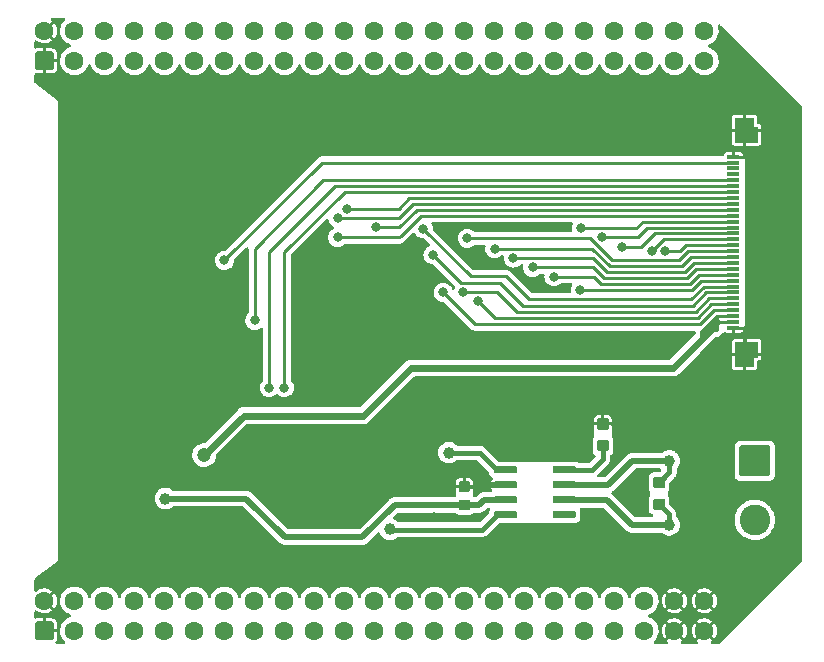
<source format=gbr>
%TF.GenerationSoftware,KiCad,Pcbnew,(6.0.11)*%
%TF.CreationDate,2024-05-08T14:50:22+07:00*%
%TF.ProjectId,CTP_Display_CANbus_revA,4354505f-4469-4737-906c-61795f43414e,rev?*%
%TF.SameCoordinates,PX5f5e100PY5f5e100*%
%TF.FileFunction,Copper,L1,Top*%
%TF.FilePolarity,Positive*%
%FSLAX46Y46*%
G04 Gerber Fmt 4.6, Leading zero omitted, Abs format (unit mm)*
G04 Created by KiCad (PCBNEW (6.0.11)) date 2024-05-08 14:50:22*
%MOMM*%
%LPD*%
G01*
G04 APERTURE LIST*
%TA.AperFunction,SMDPad,CuDef*%
%ADD10R,1.100000X0.300000*%
%TD*%
%TA.AperFunction,ComponentPad*%
%ADD11C,1.600000*%
%TD*%
%TA.AperFunction,ComponentPad*%
%ADD12C,2.600000*%
%TD*%
%TA.AperFunction,ViaPad*%
%ADD13C,1.000000*%
%TD*%
%TA.AperFunction,ViaPad*%
%ADD14C,0.800000*%
%TD*%
%TA.AperFunction,ViaPad*%
%ADD15C,1.200000*%
%TD*%
%TA.AperFunction,Conductor*%
%ADD16C,0.500000*%
%TD*%
%TA.AperFunction,Conductor*%
%ADD17C,0.250000*%
%TD*%
%TA.AperFunction,Conductor*%
%ADD18C,0.600000*%
%TD*%
%TA.AperFunction,Conductor*%
%ADD19C,0.400000*%
%TD*%
G04 APERTURE END LIST*
D10*
X60200000Y42250000D03*
X60200000Y41750000D03*
X60200000Y41250000D03*
X60200000Y40750000D03*
X60200000Y40250000D03*
X60200000Y39750000D03*
X60200000Y39250000D03*
X60200000Y38750000D03*
X60200000Y38250000D03*
X60200000Y37750000D03*
X60200000Y37250000D03*
X60200000Y36750000D03*
X60200000Y36250000D03*
X60200000Y35750000D03*
X60200000Y35250000D03*
X60200000Y34750000D03*
X60200000Y34250000D03*
X60200000Y33750000D03*
X60200000Y33250000D03*
X60200000Y32750000D03*
X60200000Y32250000D03*
X60200000Y31750000D03*
X60200000Y31250000D03*
X60200000Y30750000D03*
X60200000Y30250000D03*
X60200000Y29750000D03*
X60200000Y29250000D03*
X60200000Y28750000D03*
X60200000Y28250000D03*
X60200000Y27750000D03*
%TA.AperFunction,SMDPad,CuDef*%
G36*
X60346464Y45553536D02*
G01*
X60350000Y45555000D01*
X61950000Y45555000D01*
X61953536Y45553536D01*
X61955000Y45550000D01*
X61955000Y44755000D01*
X62300000Y44755000D01*
X62303536Y44753536D01*
X62305000Y44750000D01*
X62305000Y43450000D01*
X62303536Y43446464D01*
X62300000Y43445000D01*
X60350000Y43445000D01*
X60346464Y43446464D01*
X60345000Y43450000D01*
X60345000Y45550000D01*
X60346464Y45553536D01*
G37*
%TD.AperFunction*%
%TA.AperFunction,SMDPad,CuDef*%
G36*
X60346464Y26553536D02*
G01*
X60350000Y26555000D01*
X62300000Y26555000D01*
X62303536Y26553536D01*
X62305000Y26550000D01*
X62305000Y25250000D01*
X62303536Y25246464D01*
X62300000Y25245000D01*
X61955000Y25245000D01*
X61955000Y24450000D01*
X61953536Y24446464D01*
X61950000Y24445000D01*
X60350000Y24445000D01*
X60346464Y24446464D01*
X60345000Y24450000D01*
X60345000Y26550000D01*
X60346464Y26553536D01*
G37*
%TD.AperFunction*%
%TA.AperFunction,ComponentPad*%
G36*
G01*
X2500000Y1300000D02*
X1220000Y1300000D01*
G75*
G02*
X1060000Y1460000I0J160000D01*
G01*
X1060000Y2740000D01*
G75*
G02*
X1220000Y2900000I160000J0D01*
G01*
X2500000Y2900000D01*
G75*
G02*
X2660000Y2740000I0J-160000D01*
G01*
X2660000Y1460000D01*
G75*
G02*
X2500000Y1300000I-160000J0D01*
G01*
G37*
%TD.AperFunction*%
D11*
X1860000Y4640000D03*
X4400000Y2100000D03*
X4400000Y4640000D03*
X6940000Y2100000D03*
X6940000Y4640000D03*
X9480000Y2100000D03*
X9480000Y4640000D03*
X12020000Y2100000D03*
X12020000Y4640000D03*
X14560000Y2100000D03*
X14560000Y4640000D03*
X17100000Y2100000D03*
X17100000Y4640000D03*
X19640000Y2100000D03*
X19640000Y4640000D03*
X22180000Y2100000D03*
X22180000Y4640000D03*
X24720000Y2100000D03*
X24720000Y4640000D03*
X27260000Y2100000D03*
X27260000Y4640000D03*
X29800000Y2100000D03*
X29800000Y4640000D03*
X32340000Y2100000D03*
X32340000Y4640000D03*
X34880000Y2100000D03*
X34880000Y4640000D03*
X37420000Y2100000D03*
X37420000Y4640000D03*
X39960000Y2100000D03*
X39960000Y4640000D03*
X42500000Y2100000D03*
X42500000Y4640000D03*
X45040000Y2100000D03*
X45040000Y4640000D03*
X47580000Y2100000D03*
X47580000Y4640000D03*
X50120000Y2100000D03*
X50120000Y4640000D03*
X52660000Y2100000D03*
X52660000Y4640000D03*
X55200000Y2100000D03*
X55200000Y4640000D03*
X57740000Y2100000D03*
X57740000Y4640000D03*
%TA.AperFunction,ComponentPad*%
G36*
G01*
X60830000Y17800000D02*
X63170000Y17800000D01*
G75*
G02*
X63300000Y17670000I0J-130000D01*
G01*
X63300000Y15330000D01*
G75*
G02*
X63170000Y15200000I-130000J0D01*
G01*
X60830000Y15200000D01*
G75*
G02*
X60700000Y15330000I0J130000D01*
G01*
X60700000Y17670000D01*
G75*
G02*
X60830000Y17800000I130000J0D01*
G01*
G37*
%TD.AperFunction*%
D12*
X62000000Y11500000D03*
%TA.AperFunction,SMDPad,CuDef*%
G36*
G01*
X49530000Y17310000D02*
X48770000Y17310000D01*
G75*
G02*
X48675000Y17405000I0J95000D01*
G01*
X48675000Y18190000D01*
G75*
G02*
X48770000Y18285000I95000J0D01*
G01*
X49530000Y18285000D01*
G75*
G02*
X49625000Y18190000I0J-95000D01*
G01*
X49625000Y17405000D01*
G75*
G02*
X49530000Y17310000I-95000J0D01*
G01*
G37*
%TD.AperFunction*%
%TA.AperFunction,SMDPad,CuDef*%
G36*
G01*
X49530000Y19135000D02*
X48770000Y19135000D01*
G75*
G02*
X48675000Y19230000I0J95000D01*
G01*
X48675000Y20015000D01*
G75*
G02*
X48770000Y20110000I95000J0D01*
G01*
X49530000Y20110000D01*
G75*
G02*
X49625000Y20015000I0J-95000D01*
G01*
X49625000Y19230000D01*
G75*
G02*
X49530000Y19135000I-95000J0D01*
G01*
G37*
%TD.AperFunction*%
%TA.AperFunction,SMDPad,CuDef*%
G36*
G01*
X39930000Y15525000D02*
X39930000Y15945000D01*
G75*
G02*
X40020000Y16035000I90000J0D01*
G01*
X41790000Y16035000D01*
G75*
G02*
X41880000Y15945000I0J-90000D01*
G01*
X41880000Y15525000D01*
G75*
G02*
X41790000Y15435000I-90000J0D01*
G01*
X40020000Y15435000D01*
G75*
G02*
X39930000Y15525000I0J90000D01*
G01*
G37*
%TD.AperFunction*%
%TA.AperFunction,SMDPad,CuDef*%
G36*
G01*
X39930000Y14255000D02*
X39930000Y14675000D01*
G75*
G02*
X40020000Y14765000I90000J0D01*
G01*
X41790000Y14765000D01*
G75*
G02*
X41880000Y14675000I0J-90000D01*
G01*
X41880000Y14255000D01*
G75*
G02*
X41790000Y14165000I-90000J0D01*
G01*
X40020000Y14165000D01*
G75*
G02*
X39930000Y14255000I0J90000D01*
G01*
G37*
%TD.AperFunction*%
%TA.AperFunction,SMDPad,CuDef*%
G36*
G01*
X39930000Y12985000D02*
X39930000Y13405000D01*
G75*
G02*
X40020000Y13495000I90000J0D01*
G01*
X41790000Y13495000D01*
G75*
G02*
X41880000Y13405000I0J-90000D01*
G01*
X41880000Y12985000D01*
G75*
G02*
X41790000Y12895000I-90000J0D01*
G01*
X40020000Y12895000D01*
G75*
G02*
X39930000Y12985000I0J90000D01*
G01*
G37*
%TD.AperFunction*%
%TA.AperFunction,SMDPad,CuDef*%
G36*
G01*
X39930000Y11715000D02*
X39930000Y12135000D01*
G75*
G02*
X40020000Y12225000I90000J0D01*
G01*
X41790000Y12225000D01*
G75*
G02*
X41880000Y12135000I0J-90000D01*
G01*
X41880000Y11715000D01*
G75*
G02*
X41790000Y11625000I-90000J0D01*
G01*
X40020000Y11625000D01*
G75*
G02*
X39930000Y11715000I0J90000D01*
G01*
G37*
%TD.AperFunction*%
%TA.AperFunction,SMDPad,CuDef*%
G36*
G01*
X44880000Y11715000D02*
X44880000Y12135000D01*
G75*
G02*
X44970000Y12225000I90000J0D01*
G01*
X46740000Y12225000D01*
G75*
G02*
X46830000Y12135000I0J-90000D01*
G01*
X46830000Y11715000D01*
G75*
G02*
X46740000Y11625000I-90000J0D01*
G01*
X44970000Y11625000D01*
G75*
G02*
X44880000Y11715000I0J90000D01*
G01*
G37*
%TD.AperFunction*%
%TA.AperFunction,SMDPad,CuDef*%
G36*
G01*
X44880000Y12985000D02*
X44880000Y13405000D01*
G75*
G02*
X44970000Y13495000I90000J0D01*
G01*
X46740000Y13495000D01*
G75*
G02*
X46830000Y13405000I0J-90000D01*
G01*
X46830000Y12985000D01*
G75*
G02*
X46740000Y12895000I-90000J0D01*
G01*
X44970000Y12895000D01*
G75*
G02*
X44880000Y12985000I0J90000D01*
G01*
G37*
%TD.AperFunction*%
%TA.AperFunction,SMDPad,CuDef*%
G36*
G01*
X44880000Y14255000D02*
X44880000Y14675000D01*
G75*
G02*
X44970000Y14765000I90000J0D01*
G01*
X46740000Y14765000D01*
G75*
G02*
X46830000Y14675000I0J-90000D01*
G01*
X46830000Y14255000D01*
G75*
G02*
X46740000Y14165000I-90000J0D01*
G01*
X44970000Y14165000D01*
G75*
G02*
X44880000Y14255000I0J90000D01*
G01*
G37*
%TD.AperFunction*%
%TA.AperFunction,SMDPad,CuDef*%
G36*
G01*
X44880000Y15525000D02*
X44880000Y15945000D01*
G75*
G02*
X44970000Y16035000I90000J0D01*
G01*
X46740000Y16035000D01*
G75*
G02*
X46830000Y15945000I0J-90000D01*
G01*
X46830000Y15525000D01*
G75*
G02*
X46740000Y15435000I-90000J0D01*
G01*
X44970000Y15435000D01*
G75*
G02*
X44880000Y15525000I0J90000D01*
G01*
G37*
%TD.AperFunction*%
%TA.AperFunction,ComponentPad*%
G36*
G01*
X2500000Y49560000D02*
X1220000Y49560000D01*
G75*
G02*
X1060000Y49720000I0J160000D01*
G01*
X1060000Y51000000D01*
G75*
G02*
X1220000Y51160000I160000J0D01*
G01*
X2500000Y51160000D01*
G75*
G02*
X2660000Y51000000I0J-160000D01*
G01*
X2660000Y49720000D01*
G75*
G02*
X2500000Y49560000I-160000J0D01*
G01*
G37*
%TD.AperFunction*%
D11*
X1860000Y52900000D03*
X4400000Y50360000D03*
X4400000Y52900000D03*
X6940000Y50360000D03*
X6940000Y52900000D03*
X9480000Y50360000D03*
X9480000Y52900000D03*
X12020000Y50360000D03*
X12020000Y52900000D03*
X14560000Y50360000D03*
X14560000Y52900000D03*
X17100000Y50360000D03*
X17100000Y52900000D03*
X19640000Y50360000D03*
X19640000Y52900000D03*
X22180000Y50360000D03*
X22180000Y52900000D03*
X24720000Y50360000D03*
X24720000Y52900000D03*
X27260000Y50360000D03*
X27260000Y52900000D03*
X29800000Y50360000D03*
X29800000Y52900000D03*
X32340000Y50360000D03*
X32340000Y52900000D03*
X34880000Y50360000D03*
X34880000Y52900000D03*
X37420000Y50360000D03*
X37420000Y52900000D03*
X39960000Y50360000D03*
X39960000Y52900000D03*
X42500000Y50360000D03*
X42500000Y52900000D03*
X45040000Y50360000D03*
X45040000Y52900000D03*
X47580000Y50360000D03*
X47580000Y52900000D03*
X50120000Y50360000D03*
X50120000Y52900000D03*
X52660000Y50360000D03*
X52660000Y52900000D03*
X55200000Y50360000D03*
X55200000Y52900000D03*
X57740000Y50360000D03*
X57740000Y52900000D03*
%TA.AperFunction,SMDPad,CuDef*%
G36*
G01*
X53520000Y15130000D02*
X54280000Y15130000D01*
G75*
G02*
X54375000Y15035000I0J-95000D01*
G01*
X54375000Y14250000D01*
G75*
G02*
X54280000Y14155000I-95000J0D01*
G01*
X53520000Y14155000D01*
G75*
G02*
X53425000Y14250000I0J95000D01*
G01*
X53425000Y15035000D01*
G75*
G02*
X53520000Y15130000I95000J0D01*
G01*
G37*
%TD.AperFunction*%
%TA.AperFunction,SMDPad,CuDef*%
G36*
G01*
X53520000Y13305000D02*
X54280000Y13305000D01*
G75*
G02*
X54375000Y13210000I0J-95000D01*
G01*
X54375000Y12425000D01*
G75*
G02*
X54280000Y12330000I-95000J0D01*
G01*
X53520000Y12330000D01*
G75*
G02*
X53425000Y12425000I0J95000D01*
G01*
X53425000Y13210000D01*
G75*
G02*
X53520000Y13305000I95000J0D01*
G01*
G37*
%TD.AperFunction*%
%TA.AperFunction,SMDPad,CuDef*%
G36*
G01*
X37805000Y12315000D02*
X37035000Y12315000D01*
G75*
G02*
X36945000Y12405000I0J90000D01*
G01*
X36945000Y13125000D01*
G75*
G02*
X37035000Y13215000I90000J0D01*
G01*
X37805000Y13215000D01*
G75*
G02*
X37895000Y13125000I0J-90000D01*
G01*
X37895000Y12405000D01*
G75*
G02*
X37805000Y12315000I-90000J0D01*
G01*
G37*
%TD.AperFunction*%
%TA.AperFunction,SMDPad,CuDef*%
G36*
G01*
X37805000Y13865000D02*
X37035000Y13865000D01*
G75*
G02*
X36945000Y13955000I0J90000D01*
G01*
X36945000Y14675000D01*
G75*
G02*
X37035000Y14765000I90000J0D01*
G01*
X37805000Y14765000D01*
G75*
G02*
X37895000Y14675000I0J-90000D01*
G01*
X37895000Y13955000D01*
G75*
G02*
X37805000Y13865000I-90000J0D01*
G01*
G37*
%TD.AperFunction*%
D13*
X12100000Y13300000D03*
X12260000Y7510000D03*
X13090000Y41980000D03*
D14*
X39580000Y33270000D03*
D13*
X31100000Y7500000D03*
X9000000Y19720000D03*
D14*
X37590000Y34010000D03*
D13*
X40870000Y21100000D03*
X53280000Y20940000D03*
X46760000Y26250000D03*
X48320000Y8320000D03*
X50900000Y13700000D03*
X8960000Y29610000D03*
X63490000Y41500000D03*
X25500000Y7500000D03*
X31230000Y43560000D03*
X63430000Y31620000D03*
X18950000Y9020000D03*
X28420000Y28910000D03*
D14*
X43740000Y31560000D03*
X27430000Y43200000D03*
X34820000Y11700000D03*
D13*
X40770000Y8340000D03*
X27870000Y16250000D03*
D14*
X17100000Y33460000D03*
X19670000Y28390000D03*
X20900000Y22690000D03*
X22180000Y22700000D03*
X27510000Y37860000D03*
X26700000Y37050000D03*
X29900000Y36260000D03*
X26690000Y35410000D03*
X47330000Y36190000D03*
X49110000Y35410000D03*
X50770000Y34610000D03*
X53300000Y34260000D03*
X54410000Y34260000D03*
X37670000Y35330000D03*
X39990000Y34470000D03*
X41550000Y33670000D03*
X43190000Y32880000D03*
X45000000Y32100000D03*
X47240000Y30980000D03*
X33940000Y36140000D03*
X34760000Y33930000D03*
X37330000Y30770000D03*
X38580000Y29990000D03*
X35610000Y30760000D03*
D15*
X15380000Y16990000D03*
D13*
X31120000Y10690000D03*
X36110000Y17190000D03*
X54780000Y16500000D03*
X54750000Y11070000D03*
D16*
X37420000Y12765000D02*
X38675000Y12765000D01*
X22220000Y10040000D02*
X28790000Y10040000D01*
X38675000Y12765000D02*
X39105000Y13195000D01*
X28790000Y10040000D02*
X31515000Y12765000D01*
X39105000Y13195000D02*
X40905000Y13195000D01*
X31515000Y12765000D02*
X37420000Y12765000D01*
X12100000Y13300000D02*
X18960000Y13300000D01*
X18960000Y13300000D02*
X22220000Y10040000D01*
D17*
X38660000Y14470000D02*
X39200000Y14470000D01*
X61130000Y27750000D02*
X61370000Y27510000D01*
X61370000Y27130000D02*
X61150000Y26910000D01*
X59900000Y44500000D02*
X61150000Y44500000D01*
X60200000Y42770000D02*
X59650000Y43320000D01*
X57570000Y23540000D02*
X57570000Y21900000D01*
X58190000Y24160000D02*
X57570000Y23540000D01*
X60200000Y42250000D02*
X62740000Y42250000D01*
X61370000Y27510000D02*
X61370000Y27130000D01*
X62740000Y42250000D02*
X63490000Y41500000D01*
X61150000Y26910000D02*
X61150000Y25500000D01*
X59040000Y24160000D02*
X58190000Y24160000D01*
X56610000Y20940000D02*
X53280000Y20940000D01*
D16*
X39205000Y14465000D02*
X39200000Y14470000D01*
D17*
X60200000Y42250000D02*
X60200000Y42770000D01*
X59650000Y44250000D02*
X59900000Y44500000D01*
X59650000Y43320000D02*
X59650000Y44250000D01*
X60200000Y27750000D02*
X61130000Y27750000D01*
X57570000Y21900000D02*
X56610000Y20940000D01*
X59500000Y26490000D02*
X59500000Y24620000D01*
X38505000Y14315000D02*
X38660000Y14470000D01*
X59500000Y24620000D02*
X59040000Y24160000D01*
D16*
X40905000Y14465000D02*
X39205000Y14465000D01*
D17*
X37420000Y14315000D02*
X38505000Y14315000D01*
X60200000Y27750000D02*
X60200000Y27190000D01*
X60200000Y27190000D02*
X59500000Y26490000D01*
X25390000Y41750000D02*
X17100000Y33460000D01*
X60200000Y41750000D02*
X25390000Y41750000D01*
X25460000Y40250000D02*
X60200000Y40250000D01*
X19670000Y28390000D02*
X19670000Y34460000D01*
X19670000Y34460000D02*
X25460000Y40250000D01*
X26490000Y39750000D02*
X20900000Y34160000D01*
X20900000Y34160000D02*
X20900000Y22690000D01*
X60200000Y39750000D02*
X26490000Y39750000D01*
X22180000Y34160000D02*
X22180000Y22700000D01*
X27270000Y39250000D02*
X22180000Y34160000D01*
X60200000Y39250000D02*
X27270000Y39250000D01*
X31860000Y37860000D02*
X32750000Y38750000D01*
X32750000Y38750000D02*
X60200000Y38750000D01*
X27510000Y37860000D02*
X31860000Y37860000D01*
X60200000Y38250000D02*
X33090000Y38250000D01*
X31890000Y37050000D02*
X26700000Y37050000D01*
X33090000Y38250000D02*
X31890000Y37050000D01*
X60200000Y37750000D02*
X33406396Y37750000D01*
X33406396Y37750000D02*
X31916396Y36260000D01*
X31916396Y36260000D02*
X29900000Y36260000D01*
X31900000Y35410000D02*
X29640000Y35410000D01*
X60200000Y37250000D02*
X33740000Y37250000D01*
X29640000Y35410000D02*
X26690000Y35410000D01*
X32040000Y35550000D02*
X31900000Y35410000D01*
X33740000Y37250000D02*
X32040000Y35550000D01*
X60200000Y36750000D02*
X52540000Y36750000D01*
X52540000Y36750000D02*
X51980000Y36190000D01*
X51980000Y36190000D02*
X47330000Y36190000D01*
X60200000Y36250000D02*
X52920000Y36250000D01*
X52080000Y35410000D02*
X49110000Y35410000D01*
X52920000Y36250000D02*
X52080000Y35410000D01*
X60200000Y35750000D02*
X53540000Y35750000D01*
X52400000Y34610000D02*
X50770000Y34610000D01*
X53540000Y35750000D02*
X52400000Y34610000D01*
X53300000Y34260000D02*
X54290000Y35250000D01*
X54290000Y35250000D02*
X60200000Y35250000D01*
X60200000Y34750000D02*
X56150000Y34750000D01*
X55660000Y34260000D02*
X54410000Y34260000D01*
X56150000Y34750000D02*
X55660000Y34260000D01*
X60200000Y34250000D02*
X56390000Y34250000D01*
X48090000Y35330000D02*
X37670000Y35330000D01*
X56390000Y34250000D02*
X55620000Y33480000D01*
X55620000Y33480000D02*
X49940000Y33480000D01*
X49940000Y33480000D02*
X48090000Y35330000D01*
X56610000Y33750000D02*
X55840000Y32980000D01*
X60200000Y33750000D02*
X56610000Y33750000D01*
X48220000Y34470000D02*
X39990000Y34470000D01*
X49710000Y32980000D02*
X48220000Y34470000D01*
X55840000Y32980000D02*
X49710000Y32980000D01*
X56060000Y32480000D02*
X53660000Y32480000D01*
X60200000Y33250000D02*
X56830000Y33250000D01*
X48280000Y33670000D02*
X49470000Y32480000D01*
X56830000Y33250000D02*
X56060000Y32480000D01*
X49470000Y32480000D02*
X53670000Y32480000D01*
X41550000Y33670000D02*
X48280000Y33670000D01*
X57050000Y32750000D02*
X56280000Y31980000D01*
X48320000Y32880000D02*
X43190000Y32880000D01*
X56280000Y31980000D02*
X49220000Y31980000D01*
X60200000Y32750000D02*
X57050000Y32750000D01*
X49220000Y31980000D02*
X48320000Y32880000D01*
X48970000Y31480000D02*
X48350000Y32100000D01*
X60200000Y32250000D02*
X57270000Y32250000D01*
X48350000Y32100000D02*
X45000000Y32100000D01*
X57270000Y32250000D02*
X56500000Y31480000D01*
X56500000Y31480000D02*
X48970000Y31480000D01*
X60200000Y31750000D02*
X57490000Y31750000D01*
X57490000Y31750000D02*
X56720000Y30980000D01*
X56720000Y30980000D02*
X47240000Y30980000D01*
X42910000Y30170000D02*
X40970000Y32110000D01*
X56620000Y30170000D02*
X42910000Y30170000D01*
X60200000Y31250000D02*
X57700000Y31250000D01*
X57700000Y31250000D02*
X56620000Y30170000D01*
X40970000Y32110000D02*
X37970000Y32110000D01*
X37970000Y32110000D02*
X33940000Y36140000D01*
X57905000Y30750000D02*
X56795000Y29640000D01*
X56795000Y29640000D02*
X42400000Y29640000D01*
X42400000Y29640000D02*
X40460000Y31580000D01*
X37110000Y31580000D02*
X34760000Y33930000D01*
X40460000Y31580000D02*
X37110000Y31580000D01*
X60200000Y30750000D02*
X57905000Y30750000D01*
X41870000Y29120000D02*
X40220000Y30770000D01*
X58120000Y30250000D02*
X56990000Y29120000D01*
X56990000Y29120000D02*
X41870000Y29120000D01*
X60200000Y30250000D02*
X58120000Y30250000D01*
X40220000Y30770000D02*
X37330000Y30770000D01*
X60200000Y29750000D02*
X58330000Y29750000D01*
X58330000Y29750000D02*
X57180000Y28600000D01*
X39970000Y28600000D02*
X38580000Y29990000D01*
X57180000Y28600000D02*
X39970000Y28600000D01*
X38320000Y28050000D02*
X57340000Y28050000D01*
X57340000Y28050000D02*
X58540000Y29250000D01*
X58540000Y29250000D02*
X60200000Y29250000D01*
X35610000Y30760000D02*
X38320000Y28050000D01*
D18*
X28870000Y20330000D02*
X32880000Y24340000D01*
X15380000Y16990000D02*
X18720000Y20330000D01*
D17*
X58630000Y28250000D02*
X58300000Y27920000D01*
D18*
X55040000Y24340000D02*
X58300000Y27600000D01*
X18720000Y20330000D02*
X28870000Y20330000D01*
D17*
X58770000Y28750000D02*
X58630000Y28610000D01*
X58300000Y27920000D02*
X58300000Y27600000D01*
X58630000Y28610000D02*
X58630000Y28250000D01*
X60200000Y28750000D02*
X58770000Y28750000D01*
X60200000Y28250000D02*
X58630000Y28250000D01*
D18*
X32880000Y24340000D02*
X55040000Y24340000D01*
D19*
X31120000Y10690000D02*
X31130000Y10680000D01*
X31130000Y10680000D02*
X38950000Y10680000D01*
X38950000Y10680000D02*
X40195000Y11925000D01*
X40195000Y11925000D02*
X40905000Y11925000D01*
X38700000Y17190000D02*
X40155000Y15735000D01*
X40155000Y15735000D02*
X40905000Y15735000D01*
X36110000Y17190000D02*
X38700000Y17190000D01*
X54780000Y15522500D02*
X54780000Y16500000D01*
D16*
X51630000Y16500000D02*
X54780000Y16500000D01*
X49595000Y14465000D02*
X51630000Y16500000D01*
X45855000Y14465000D02*
X49595000Y14465000D01*
D19*
X53900000Y14642500D02*
X54780000Y15522500D01*
X54750000Y11967500D02*
X53900000Y12817500D01*
D16*
X45855000Y13195000D02*
X49465000Y13195000D01*
D19*
X54750000Y11070000D02*
X54750000Y11967500D01*
D16*
X51590000Y11070000D02*
X54750000Y11070000D01*
X49465000Y13195000D02*
X51590000Y11070000D01*
D19*
X45855000Y15735000D02*
X48245000Y15735000D01*
X49150000Y16640000D02*
X49150000Y17797500D01*
X48245000Y15735000D02*
X49150000Y16640000D01*
%TA.AperFunction,Conductor*%
G36*
X3571015Y53980315D02*
G01*
X3616770Y53927511D01*
X3626714Y53858353D01*
X3597689Y53794797D01*
X3585737Y53782774D01*
X3525457Y53729910D01*
X3388863Y53556640D01*
X3386216Y53551609D01*
X3377548Y53535133D01*
X3286131Y53361380D01*
X3220703Y53150667D01*
X3220035Y53145022D01*
X3220034Y53145018D01*
X3196164Y52943334D01*
X3194770Y52931560D01*
X3195141Y52925898D01*
X3195141Y52925894D01*
X3200974Y52836902D01*
X3209200Y52711396D01*
X3263511Y52497548D01*
X3355883Y52297179D01*
X3483222Y52116998D01*
X3487293Y52113032D01*
X3487294Y52113031D01*
X3637190Y51967007D01*
X3637195Y51967003D01*
X3641264Y51963039D01*
X3645987Y51959883D01*
X3645991Y51959880D01*
X3730185Y51903624D01*
X3824717Y51840460D01*
X4027436Y51753365D01*
X4041070Y51750280D01*
X4102111Y51716288D01*
X4135085Y51654688D01*
X4129522Y51585040D01*
X4087187Y51529457D01*
X4056622Y51513002D01*
X3880957Y51448196D01*
X3691341Y51335386D01*
X3525457Y51189910D01*
X3388863Y51016640D01*
X3286131Y50821380D01*
X3220703Y50610667D01*
X3220035Y50605022D01*
X3220034Y50605018D01*
X3206164Y50487831D01*
X3194770Y50391560D01*
X3195141Y50385898D01*
X3195141Y50385894D01*
X3200974Y50296902D01*
X3209200Y50171396D01*
X3263511Y49957548D01*
X3355883Y49757179D01*
X3483222Y49576998D01*
X3487293Y49573032D01*
X3487294Y49573031D01*
X3637190Y49427007D01*
X3637195Y49427003D01*
X3641264Y49423039D01*
X3645987Y49419883D01*
X3645991Y49419880D01*
X3730185Y49363624D01*
X3824717Y49300460D01*
X4027436Y49213365D01*
X4110591Y49194549D01*
X4237085Y49165926D01*
X4237087Y49165926D01*
X4242632Y49164671D01*
X4380457Y49159256D01*
X4457418Y49156232D01*
X4457420Y49156232D01*
X4463098Y49156009D01*
X4468718Y49156824D01*
X4468721Y49156824D01*
X4675826Y49186853D01*
X4675829Y49186854D01*
X4681452Y49187669D01*
X4788477Y49223999D01*
X4884989Y49256760D01*
X4884992Y49256761D01*
X4890379Y49258590D01*
X5082884Y49366398D01*
X5252518Y49507482D01*
X5310334Y49576998D01*
X5389971Y49672750D01*
X5389972Y49672751D01*
X5393602Y49677116D01*
X5396848Y49682911D01*
X5498631Y49864659D01*
X5501410Y49869621D01*
X5509756Y49894206D01*
X5552434Y50019933D01*
X5592623Y50077088D01*
X5657332Y50103441D01*
X5726016Y50090627D01*
X5776869Y50042713D01*
X5790038Y50010599D01*
X5803511Y49957548D01*
X5895883Y49757179D01*
X6023222Y49576998D01*
X6027293Y49573032D01*
X6027294Y49573031D01*
X6177190Y49427007D01*
X6177195Y49427003D01*
X6181264Y49423039D01*
X6185987Y49419883D01*
X6185991Y49419880D01*
X6270185Y49363624D01*
X6364717Y49300460D01*
X6567436Y49213365D01*
X6650591Y49194549D01*
X6777085Y49165926D01*
X6777087Y49165926D01*
X6782632Y49164671D01*
X6920457Y49159256D01*
X6997418Y49156232D01*
X6997420Y49156232D01*
X7003098Y49156009D01*
X7008718Y49156824D01*
X7008721Y49156824D01*
X7215826Y49186853D01*
X7215829Y49186854D01*
X7221452Y49187669D01*
X7328477Y49223999D01*
X7424989Y49256760D01*
X7424992Y49256761D01*
X7430379Y49258590D01*
X7622884Y49366398D01*
X7792518Y49507482D01*
X7850334Y49576998D01*
X7929971Y49672750D01*
X7929972Y49672751D01*
X7933602Y49677116D01*
X7936848Y49682911D01*
X8038631Y49864659D01*
X8041410Y49869621D01*
X8049756Y49894206D01*
X8092434Y50019933D01*
X8132623Y50077088D01*
X8197332Y50103441D01*
X8266016Y50090627D01*
X8316869Y50042713D01*
X8330038Y50010599D01*
X8343511Y49957548D01*
X8435883Y49757179D01*
X8563222Y49576998D01*
X8567293Y49573032D01*
X8567294Y49573031D01*
X8717190Y49427007D01*
X8717195Y49427003D01*
X8721264Y49423039D01*
X8725987Y49419883D01*
X8725991Y49419880D01*
X8810185Y49363624D01*
X8904717Y49300460D01*
X9107436Y49213365D01*
X9190591Y49194549D01*
X9317085Y49165926D01*
X9317087Y49165926D01*
X9322632Y49164671D01*
X9460457Y49159256D01*
X9537418Y49156232D01*
X9537420Y49156232D01*
X9543098Y49156009D01*
X9548718Y49156824D01*
X9548721Y49156824D01*
X9755826Y49186853D01*
X9755829Y49186854D01*
X9761452Y49187669D01*
X9868477Y49223999D01*
X9964989Y49256760D01*
X9964992Y49256761D01*
X9970379Y49258590D01*
X10162884Y49366398D01*
X10332518Y49507482D01*
X10390334Y49576998D01*
X10469971Y49672750D01*
X10469972Y49672751D01*
X10473602Y49677116D01*
X10476848Y49682911D01*
X10578631Y49864659D01*
X10581410Y49869621D01*
X10589756Y49894206D01*
X10632434Y50019933D01*
X10672623Y50077088D01*
X10737332Y50103441D01*
X10806016Y50090627D01*
X10856869Y50042713D01*
X10870038Y50010599D01*
X10883511Y49957548D01*
X10975883Y49757179D01*
X11103222Y49576998D01*
X11107293Y49573032D01*
X11107294Y49573031D01*
X11257190Y49427007D01*
X11257195Y49427003D01*
X11261264Y49423039D01*
X11265987Y49419883D01*
X11265991Y49419880D01*
X11350185Y49363624D01*
X11444717Y49300460D01*
X11647436Y49213365D01*
X11730591Y49194549D01*
X11857085Y49165926D01*
X11857087Y49165926D01*
X11862632Y49164671D01*
X12000457Y49159256D01*
X12077418Y49156232D01*
X12077420Y49156232D01*
X12083098Y49156009D01*
X12088718Y49156824D01*
X12088721Y49156824D01*
X12295826Y49186853D01*
X12295829Y49186854D01*
X12301452Y49187669D01*
X12408477Y49223999D01*
X12504989Y49256760D01*
X12504992Y49256761D01*
X12510379Y49258590D01*
X12702884Y49366398D01*
X12872518Y49507482D01*
X12930334Y49576998D01*
X13009971Y49672750D01*
X13009972Y49672751D01*
X13013602Y49677116D01*
X13016848Y49682911D01*
X13118631Y49864659D01*
X13121410Y49869621D01*
X13129756Y49894206D01*
X13172434Y50019933D01*
X13212623Y50077088D01*
X13277332Y50103441D01*
X13346016Y50090627D01*
X13396869Y50042713D01*
X13410038Y50010599D01*
X13423511Y49957548D01*
X13515883Y49757179D01*
X13643222Y49576998D01*
X13647293Y49573032D01*
X13647294Y49573031D01*
X13797190Y49427007D01*
X13797195Y49427003D01*
X13801264Y49423039D01*
X13805987Y49419883D01*
X13805991Y49419880D01*
X13890185Y49363624D01*
X13984717Y49300460D01*
X14187436Y49213365D01*
X14270591Y49194549D01*
X14397085Y49165926D01*
X14397087Y49165926D01*
X14402632Y49164671D01*
X14540457Y49159256D01*
X14617418Y49156232D01*
X14617420Y49156232D01*
X14623098Y49156009D01*
X14628718Y49156824D01*
X14628721Y49156824D01*
X14835826Y49186853D01*
X14835829Y49186854D01*
X14841452Y49187669D01*
X14948477Y49223999D01*
X15044989Y49256760D01*
X15044992Y49256761D01*
X15050379Y49258590D01*
X15242884Y49366398D01*
X15412518Y49507482D01*
X15470334Y49576998D01*
X15549971Y49672750D01*
X15549972Y49672751D01*
X15553602Y49677116D01*
X15556848Y49682911D01*
X15658631Y49864659D01*
X15661410Y49869621D01*
X15669756Y49894206D01*
X15712434Y50019933D01*
X15752623Y50077088D01*
X15817332Y50103441D01*
X15886016Y50090627D01*
X15936869Y50042713D01*
X15950038Y50010599D01*
X15963511Y49957548D01*
X16055883Y49757179D01*
X16183222Y49576998D01*
X16187293Y49573032D01*
X16187294Y49573031D01*
X16337190Y49427007D01*
X16337195Y49427003D01*
X16341264Y49423039D01*
X16345987Y49419883D01*
X16345991Y49419880D01*
X16430185Y49363624D01*
X16524717Y49300460D01*
X16727436Y49213365D01*
X16810591Y49194549D01*
X16937085Y49165926D01*
X16937087Y49165926D01*
X16942632Y49164671D01*
X17080457Y49159256D01*
X17157418Y49156232D01*
X17157420Y49156232D01*
X17163098Y49156009D01*
X17168718Y49156824D01*
X17168721Y49156824D01*
X17375826Y49186853D01*
X17375829Y49186854D01*
X17381452Y49187669D01*
X17488477Y49223999D01*
X17584989Y49256760D01*
X17584992Y49256761D01*
X17590379Y49258590D01*
X17782884Y49366398D01*
X17952518Y49507482D01*
X18010334Y49576998D01*
X18089971Y49672750D01*
X18089972Y49672751D01*
X18093602Y49677116D01*
X18096848Y49682911D01*
X18198631Y49864659D01*
X18201410Y49869621D01*
X18209756Y49894206D01*
X18252434Y50019933D01*
X18292623Y50077088D01*
X18357332Y50103441D01*
X18426016Y50090627D01*
X18476869Y50042713D01*
X18490038Y50010599D01*
X18503511Y49957548D01*
X18595883Y49757179D01*
X18723222Y49576998D01*
X18727293Y49573032D01*
X18727294Y49573031D01*
X18877190Y49427007D01*
X18877195Y49427003D01*
X18881264Y49423039D01*
X18885987Y49419883D01*
X18885991Y49419880D01*
X18970185Y49363624D01*
X19064717Y49300460D01*
X19267436Y49213365D01*
X19350591Y49194549D01*
X19477085Y49165926D01*
X19477087Y49165926D01*
X19482632Y49164671D01*
X19620457Y49159256D01*
X19697418Y49156232D01*
X19697420Y49156232D01*
X19703098Y49156009D01*
X19708718Y49156824D01*
X19708721Y49156824D01*
X19915826Y49186853D01*
X19915829Y49186854D01*
X19921452Y49187669D01*
X20028477Y49223999D01*
X20124989Y49256760D01*
X20124992Y49256761D01*
X20130379Y49258590D01*
X20322884Y49366398D01*
X20492518Y49507482D01*
X20550334Y49576998D01*
X20629971Y49672750D01*
X20629972Y49672751D01*
X20633602Y49677116D01*
X20636848Y49682911D01*
X20738631Y49864659D01*
X20741410Y49869621D01*
X20749756Y49894206D01*
X20792434Y50019933D01*
X20832623Y50077088D01*
X20897332Y50103441D01*
X20966016Y50090627D01*
X21016869Y50042713D01*
X21030038Y50010599D01*
X21043511Y49957548D01*
X21135883Y49757179D01*
X21263222Y49576998D01*
X21267293Y49573032D01*
X21267294Y49573031D01*
X21417190Y49427007D01*
X21417195Y49427003D01*
X21421264Y49423039D01*
X21425987Y49419883D01*
X21425991Y49419880D01*
X21510185Y49363624D01*
X21604717Y49300460D01*
X21807436Y49213365D01*
X21890591Y49194549D01*
X22017085Y49165926D01*
X22017087Y49165926D01*
X22022632Y49164671D01*
X22160457Y49159256D01*
X22237418Y49156232D01*
X22237420Y49156232D01*
X22243098Y49156009D01*
X22248718Y49156824D01*
X22248721Y49156824D01*
X22455826Y49186853D01*
X22455829Y49186854D01*
X22461452Y49187669D01*
X22568477Y49223999D01*
X22664989Y49256760D01*
X22664992Y49256761D01*
X22670379Y49258590D01*
X22862884Y49366398D01*
X23032518Y49507482D01*
X23090334Y49576998D01*
X23169971Y49672750D01*
X23169972Y49672751D01*
X23173602Y49677116D01*
X23176848Y49682911D01*
X23278631Y49864659D01*
X23281410Y49869621D01*
X23289756Y49894206D01*
X23332434Y50019933D01*
X23372623Y50077088D01*
X23437332Y50103441D01*
X23506016Y50090627D01*
X23556869Y50042713D01*
X23570038Y50010599D01*
X23583511Y49957548D01*
X23675883Y49757179D01*
X23803222Y49576998D01*
X23807293Y49573032D01*
X23807294Y49573031D01*
X23957190Y49427007D01*
X23957195Y49427003D01*
X23961264Y49423039D01*
X23965987Y49419883D01*
X23965991Y49419880D01*
X24050185Y49363624D01*
X24144717Y49300460D01*
X24347436Y49213365D01*
X24430591Y49194549D01*
X24557085Y49165926D01*
X24557087Y49165926D01*
X24562632Y49164671D01*
X24700457Y49159256D01*
X24777418Y49156232D01*
X24777420Y49156232D01*
X24783098Y49156009D01*
X24788718Y49156824D01*
X24788721Y49156824D01*
X24995826Y49186853D01*
X24995829Y49186854D01*
X25001452Y49187669D01*
X25108477Y49223999D01*
X25204989Y49256760D01*
X25204992Y49256761D01*
X25210379Y49258590D01*
X25402884Y49366398D01*
X25572518Y49507482D01*
X25630334Y49576998D01*
X25709971Y49672750D01*
X25709972Y49672751D01*
X25713602Y49677116D01*
X25716848Y49682911D01*
X25818631Y49864659D01*
X25821410Y49869621D01*
X25829756Y49894206D01*
X25872434Y50019933D01*
X25912623Y50077088D01*
X25977332Y50103441D01*
X26046016Y50090627D01*
X26096869Y50042713D01*
X26110038Y50010599D01*
X26123511Y49957548D01*
X26215883Y49757179D01*
X26343222Y49576998D01*
X26347293Y49573032D01*
X26347294Y49573031D01*
X26497190Y49427007D01*
X26497195Y49427003D01*
X26501264Y49423039D01*
X26505987Y49419883D01*
X26505991Y49419880D01*
X26590185Y49363624D01*
X26684717Y49300460D01*
X26887436Y49213365D01*
X26970591Y49194549D01*
X27097085Y49165926D01*
X27097087Y49165926D01*
X27102632Y49164671D01*
X27240457Y49159256D01*
X27317418Y49156232D01*
X27317420Y49156232D01*
X27323098Y49156009D01*
X27328718Y49156824D01*
X27328721Y49156824D01*
X27535826Y49186853D01*
X27535829Y49186854D01*
X27541452Y49187669D01*
X27648477Y49223999D01*
X27744989Y49256760D01*
X27744992Y49256761D01*
X27750379Y49258590D01*
X27942884Y49366398D01*
X28112518Y49507482D01*
X28170334Y49576998D01*
X28249971Y49672750D01*
X28249972Y49672751D01*
X28253602Y49677116D01*
X28256848Y49682911D01*
X28358631Y49864659D01*
X28361410Y49869621D01*
X28369756Y49894206D01*
X28412434Y50019933D01*
X28452623Y50077088D01*
X28517332Y50103441D01*
X28586016Y50090627D01*
X28636869Y50042713D01*
X28650038Y50010599D01*
X28663511Y49957548D01*
X28755883Y49757179D01*
X28883222Y49576998D01*
X28887293Y49573032D01*
X28887294Y49573031D01*
X29037190Y49427007D01*
X29037195Y49427003D01*
X29041264Y49423039D01*
X29045987Y49419883D01*
X29045991Y49419880D01*
X29130185Y49363624D01*
X29224717Y49300460D01*
X29427436Y49213365D01*
X29510591Y49194549D01*
X29637085Y49165926D01*
X29637087Y49165926D01*
X29642632Y49164671D01*
X29780457Y49159256D01*
X29857418Y49156232D01*
X29857420Y49156232D01*
X29863098Y49156009D01*
X29868718Y49156824D01*
X29868721Y49156824D01*
X30075826Y49186853D01*
X30075829Y49186854D01*
X30081452Y49187669D01*
X30188477Y49223999D01*
X30284989Y49256760D01*
X30284992Y49256761D01*
X30290379Y49258590D01*
X30482884Y49366398D01*
X30652518Y49507482D01*
X30710334Y49576998D01*
X30789971Y49672750D01*
X30789972Y49672751D01*
X30793602Y49677116D01*
X30796848Y49682911D01*
X30898631Y49864659D01*
X30901410Y49869621D01*
X30909756Y49894206D01*
X30952434Y50019933D01*
X30992623Y50077088D01*
X31057332Y50103441D01*
X31126016Y50090627D01*
X31176869Y50042713D01*
X31190038Y50010599D01*
X31203511Y49957548D01*
X31295883Y49757179D01*
X31423222Y49576998D01*
X31427293Y49573032D01*
X31427294Y49573031D01*
X31577190Y49427007D01*
X31577195Y49427003D01*
X31581264Y49423039D01*
X31585987Y49419883D01*
X31585991Y49419880D01*
X31670185Y49363624D01*
X31764717Y49300460D01*
X31967436Y49213365D01*
X32050591Y49194549D01*
X32177085Y49165926D01*
X32177087Y49165926D01*
X32182632Y49164671D01*
X32320457Y49159256D01*
X32397418Y49156232D01*
X32397420Y49156232D01*
X32403098Y49156009D01*
X32408718Y49156824D01*
X32408721Y49156824D01*
X32615826Y49186853D01*
X32615829Y49186854D01*
X32621452Y49187669D01*
X32728477Y49223999D01*
X32824989Y49256760D01*
X32824992Y49256761D01*
X32830379Y49258590D01*
X33022884Y49366398D01*
X33192518Y49507482D01*
X33250334Y49576998D01*
X33329971Y49672750D01*
X33329972Y49672751D01*
X33333602Y49677116D01*
X33336848Y49682911D01*
X33438631Y49864659D01*
X33441410Y49869621D01*
X33449756Y49894206D01*
X33492434Y50019933D01*
X33532623Y50077088D01*
X33597332Y50103441D01*
X33666016Y50090627D01*
X33716869Y50042713D01*
X33730038Y50010599D01*
X33743511Y49957548D01*
X33835883Y49757179D01*
X33963222Y49576998D01*
X33967293Y49573032D01*
X33967294Y49573031D01*
X34117190Y49427007D01*
X34117195Y49427003D01*
X34121264Y49423039D01*
X34125987Y49419883D01*
X34125991Y49419880D01*
X34210185Y49363624D01*
X34304717Y49300460D01*
X34507436Y49213365D01*
X34590591Y49194549D01*
X34717085Y49165926D01*
X34717087Y49165926D01*
X34722632Y49164671D01*
X34860457Y49159256D01*
X34937418Y49156232D01*
X34937420Y49156232D01*
X34943098Y49156009D01*
X34948718Y49156824D01*
X34948721Y49156824D01*
X35155826Y49186853D01*
X35155829Y49186854D01*
X35161452Y49187669D01*
X35268477Y49223999D01*
X35364989Y49256760D01*
X35364992Y49256761D01*
X35370379Y49258590D01*
X35562884Y49366398D01*
X35732518Y49507482D01*
X35790334Y49576998D01*
X35869971Y49672750D01*
X35869972Y49672751D01*
X35873602Y49677116D01*
X35876848Y49682911D01*
X35978631Y49864659D01*
X35981410Y49869621D01*
X35989756Y49894206D01*
X36032434Y50019933D01*
X36072623Y50077088D01*
X36137332Y50103441D01*
X36206016Y50090627D01*
X36256869Y50042713D01*
X36270038Y50010599D01*
X36283511Y49957548D01*
X36375883Y49757179D01*
X36503222Y49576998D01*
X36507293Y49573032D01*
X36507294Y49573031D01*
X36657190Y49427007D01*
X36657195Y49427003D01*
X36661264Y49423039D01*
X36665987Y49419883D01*
X36665991Y49419880D01*
X36750185Y49363624D01*
X36844717Y49300460D01*
X37047436Y49213365D01*
X37130591Y49194549D01*
X37257085Y49165926D01*
X37257087Y49165926D01*
X37262632Y49164671D01*
X37400457Y49159256D01*
X37477418Y49156232D01*
X37477420Y49156232D01*
X37483098Y49156009D01*
X37488718Y49156824D01*
X37488721Y49156824D01*
X37695826Y49186853D01*
X37695829Y49186854D01*
X37701452Y49187669D01*
X37808477Y49223999D01*
X37904989Y49256760D01*
X37904992Y49256761D01*
X37910379Y49258590D01*
X38102884Y49366398D01*
X38272518Y49507482D01*
X38330334Y49576998D01*
X38409971Y49672750D01*
X38409972Y49672751D01*
X38413602Y49677116D01*
X38416848Y49682911D01*
X38518631Y49864659D01*
X38521410Y49869621D01*
X38529756Y49894206D01*
X38572434Y50019933D01*
X38612623Y50077088D01*
X38677332Y50103441D01*
X38746016Y50090627D01*
X38796869Y50042713D01*
X38810038Y50010599D01*
X38823511Y49957548D01*
X38915883Y49757179D01*
X39043222Y49576998D01*
X39047293Y49573032D01*
X39047294Y49573031D01*
X39197190Y49427007D01*
X39197195Y49427003D01*
X39201264Y49423039D01*
X39205987Y49419883D01*
X39205991Y49419880D01*
X39290185Y49363624D01*
X39384717Y49300460D01*
X39587436Y49213365D01*
X39670591Y49194549D01*
X39797085Y49165926D01*
X39797087Y49165926D01*
X39802632Y49164671D01*
X39940457Y49159256D01*
X40017418Y49156232D01*
X40017420Y49156232D01*
X40023098Y49156009D01*
X40028718Y49156824D01*
X40028721Y49156824D01*
X40235826Y49186853D01*
X40235829Y49186854D01*
X40241452Y49187669D01*
X40348477Y49223999D01*
X40444989Y49256760D01*
X40444992Y49256761D01*
X40450379Y49258590D01*
X40642884Y49366398D01*
X40812518Y49507482D01*
X40870334Y49576998D01*
X40949971Y49672750D01*
X40949972Y49672751D01*
X40953602Y49677116D01*
X40956848Y49682911D01*
X41058631Y49864659D01*
X41061410Y49869621D01*
X41069756Y49894206D01*
X41112434Y50019933D01*
X41152623Y50077088D01*
X41217332Y50103441D01*
X41286016Y50090627D01*
X41336869Y50042713D01*
X41350038Y50010599D01*
X41363511Y49957548D01*
X41455883Y49757179D01*
X41583222Y49576998D01*
X41587293Y49573032D01*
X41587294Y49573031D01*
X41737190Y49427007D01*
X41737195Y49427003D01*
X41741264Y49423039D01*
X41745987Y49419883D01*
X41745991Y49419880D01*
X41830185Y49363624D01*
X41924717Y49300460D01*
X42127436Y49213365D01*
X42210591Y49194549D01*
X42337085Y49165926D01*
X42337087Y49165926D01*
X42342632Y49164671D01*
X42480457Y49159256D01*
X42557418Y49156232D01*
X42557420Y49156232D01*
X42563098Y49156009D01*
X42568718Y49156824D01*
X42568721Y49156824D01*
X42775826Y49186853D01*
X42775829Y49186854D01*
X42781452Y49187669D01*
X42888477Y49223999D01*
X42984989Y49256760D01*
X42984992Y49256761D01*
X42990379Y49258590D01*
X43182884Y49366398D01*
X43352518Y49507482D01*
X43410334Y49576998D01*
X43489971Y49672750D01*
X43489972Y49672751D01*
X43493602Y49677116D01*
X43496848Y49682911D01*
X43598631Y49864659D01*
X43601410Y49869621D01*
X43609756Y49894206D01*
X43652434Y50019933D01*
X43692623Y50077088D01*
X43757332Y50103441D01*
X43826016Y50090627D01*
X43876869Y50042713D01*
X43890038Y50010599D01*
X43903511Y49957548D01*
X43995883Y49757179D01*
X44123222Y49576998D01*
X44127293Y49573032D01*
X44127294Y49573031D01*
X44277190Y49427007D01*
X44277195Y49427003D01*
X44281264Y49423039D01*
X44285987Y49419883D01*
X44285991Y49419880D01*
X44370185Y49363624D01*
X44464717Y49300460D01*
X44667436Y49213365D01*
X44750591Y49194549D01*
X44877085Y49165926D01*
X44877087Y49165926D01*
X44882632Y49164671D01*
X45020457Y49159256D01*
X45097418Y49156232D01*
X45097420Y49156232D01*
X45103098Y49156009D01*
X45108718Y49156824D01*
X45108721Y49156824D01*
X45315826Y49186853D01*
X45315829Y49186854D01*
X45321452Y49187669D01*
X45428477Y49223999D01*
X45524989Y49256760D01*
X45524992Y49256761D01*
X45530379Y49258590D01*
X45722884Y49366398D01*
X45892518Y49507482D01*
X45950334Y49576998D01*
X46029971Y49672750D01*
X46029972Y49672751D01*
X46033602Y49677116D01*
X46036848Y49682911D01*
X46138631Y49864659D01*
X46141410Y49869621D01*
X46149756Y49894206D01*
X46192434Y50019933D01*
X46232623Y50077088D01*
X46297332Y50103441D01*
X46366016Y50090627D01*
X46416869Y50042713D01*
X46430038Y50010599D01*
X46443511Y49957548D01*
X46535883Y49757179D01*
X46663222Y49576998D01*
X46667293Y49573032D01*
X46667294Y49573031D01*
X46817190Y49427007D01*
X46817195Y49427003D01*
X46821264Y49423039D01*
X46825987Y49419883D01*
X46825991Y49419880D01*
X46910185Y49363624D01*
X47004717Y49300460D01*
X47207436Y49213365D01*
X47290591Y49194549D01*
X47417085Y49165926D01*
X47417087Y49165926D01*
X47422632Y49164671D01*
X47560457Y49159256D01*
X47637418Y49156232D01*
X47637420Y49156232D01*
X47643098Y49156009D01*
X47648718Y49156824D01*
X47648721Y49156824D01*
X47855826Y49186853D01*
X47855829Y49186854D01*
X47861452Y49187669D01*
X47968477Y49223999D01*
X48064989Y49256760D01*
X48064992Y49256761D01*
X48070379Y49258590D01*
X48262884Y49366398D01*
X48432518Y49507482D01*
X48490334Y49576998D01*
X48569971Y49672750D01*
X48569972Y49672751D01*
X48573602Y49677116D01*
X48576848Y49682911D01*
X48678631Y49864659D01*
X48681410Y49869621D01*
X48689756Y49894206D01*
X48732434Y50019933D01*
X48772623Y50077088D01*
X48837332Y50103441D01*
X48906016Y50090627D01*
X48956869Y50042713D01*
X48970038Y50010599D01*
X48983511Y49957548D01*
X49075883Y49757179D01*
X49203222Y49576998D01*
X49207293Y49573032D01*
X49207294Y49573031D01*
X49357190Y49427007D01*
X49357195Y49427003D01*
X49361264Y49423039D01*
X49365987Y49419883D01*
X49365991Y49419880D01*
X49450185Y49363624D01*
X49544717Y49300460D01*
X49747436Y49213365D01*
X49830591Y49194549D01*
X49957085Y49165926D01*
X49957087Y49165926D01*
X49962632Y49164671D01*
X50100457Y49159256D01*
X50177418Y49156232D01*
X50177420Y49156232D01*
X50183098Y49156009D01*
X50188718Y49156824D01*
X50188721Y49156824D01*
X50395826Y49186853D01*
X50395829Y49186854D01*
X50401452Y49187669D01*
X50508477Y49223999D01*
X50604989Y49256760D01*
X50604992Y49256761D01*
X50610379Y49258590D01*
X50802884Y49366398D01*
X50972518Y49507482D01*
X51030334Y49576998D01*
X51109971Y49672750D01*
X51109972Y49672751D01*
X51113602Y49677116D01*
X51116848Y49682911D01*
X51218631Y49864659D01*
X51221410Y49869621D01*
X51229756Y49894206D01*
X51272434Y50019933D01*
X51312623Y50077088D01*
X51377332Y50103441D01*
X51446016Y50090627D01*
X51496869Y50042713D01*
X51510038Y50010599D01*
X51523511Y49957548D01*
X51615883Y49757179D01*
X51743222Y49576998D01*
X51747293Y49573032D01*
X51747294Y49573031D01*
X51897190Y49427007D01*
X51897195Y49427003D01*
X51901264Y49423039D01*
X51905987Y49419883D01*
X51905991Y49419880D01*
X51990185Y49363624D01*
X52084717Y49300460D01*
X52287436Y49213365D01*
X52370591Y49194549D01*
X52497085Y49165926D01*
X52497087Y49165926D01*
X52502632Y49164671D01*
X52640457Y49159256D01*
X52717418Y49156232D01*
X52717420Y49156232D01*
X52723098Y49156009D01*
X52728718Y49156824D01*
X52728721Y49156824D01*
X52935826Y49186853D01*
X52935829Y49186854D01*
X52941452Y49187669D01*
X53048477Y49223999D01*
X53144989Y49256760D01*
X53144992Y49256761D01*
X53150379Y49258590D01*
X53342884Y49366398D01*
X53512518Y49507482D01*
X53570334Y49576998D01*
X53649971Y49672750D01*
X53649972Y49672751D01*
X53653602Y49677116D01*
X53656848Y49682911D01*
X53758631Y49864659D01*
X53761410Y49869621D01*
X53769756Y49894206D01*
X53812434Y50019933D01*
X53852623Y50077088D01*
X53917332Y50103441D01*
X53986016Y50090627D01*
X54036869Y50042713D01*
X54050038Y50010599D01*
X54063511Y49957548D01*
X54155883Y49757179D01*
X54283222Y49576998D01*
X54287293Y49573032D01*
X54287294Y49573031D01*
X54437190Y49427007D01*
X54437195Y49427003D01*
X54441264Y49423039D01*
X54445987Y49419883D01*
X54445991Y49419880D01*
X54530185Y49363624D01*
X54624717Y49300460D01*
X54827436Y49213365D01*
X54910591Y49194549D01*
X55037085Y49165926D01*
X55037087Y49165926D01*
X55042632Y49164671D01*
X55180457Y49159256D01*
X55257418Y49156232D01*
X55257420Y49156232D01*
X55263098Y49156009D01*
X55268718Y49156824D01*
X55268721Y49156824D01*
X55475826Y49186853D01*
X55475829Y49186854D01*
X55481452Y49187669D01*
X55588477Y49223999D01*
X55684989Y49256760D01*
X55684992Y49256761D01*
X55690379Y49258590D01*
X55882884Y49366398D01*
X56052518Y49507482D01*
X56110334Y49576998D01*
X56189971Y49672750D01*
X56189972Y49672751D01*
X56193602Y49677116D01*
X56196848Y49682911D01*
X56298631Y49864659D01*
X56301410Y49869621D01*
X56309756Y49894206D01*
X56352434Y50019933D01*
X56392623Y50077088D01*
X56457332Y50103441D01*
X56526016Y50090627D01*
X56576869Y50042713D01*
X56590038Y50010599D01*
X56603511Y49957548D01*
X56695883Y49757179D01*
X56823222Y49576998D01*
X56827293Y49573032D01*
X56827294Y49573031D01*
X56977190Y49427007D01*
X56977195Y49427003D01*
X56981264Y49423039D01*
X56985987Y49419883D01*
X56985991Y49419880D01*
X57070185Y49363624D01*
X57164717Y49300460D01*
X57367436Y49213365D01*
X57450591Y49194549D01*
X57577085Y49165926D01*
X57577087Y49165926D01*
X57582632Y49164671D01*
X57720457Y49159256D01*
X57797418Y49156232D01*
X57797420Y49156232D01*
X57803098Y49156009D01*
X57808718Y49156824D01*
X57808721Y49156824D01*
X58015826Y49186853D01*
X58015829Y49186854D01*
X58021452Y49187669D01*
X58128477Y49223999D01*
X58224989Y49256760D01*
X58224992Y49256761D01*
X58230379Y49258590D01*
X58422884Y49366398D01*
X58592518Y49507482D01*
X58650334Y49576998D01*
X58729971Y49672750D01*
X58729972Y49672751D01*
X58733602Y49677116D01*
X58736848Y49682911D01*
X58838631Y49864659D01*
X58841410Y49869621D01*
X58849756Y49894206D01*
X58892434Y50019933D01*
X58912331Y50078548D01*
X58914083Y50090627D01*
X58932430Y50217170D01*
X58943991Y50296902D01*
X58945643Y50360000D01*
X58925454Y50579711D01*
X58865565Y50792064D01*
X58767980Y50989947D01*
X58635967Y51166733D01*
X58473949Y51316501D01*
X58356885Y51390363D01*
X58292159Y51431202D01*
X58292157Y51431203D01*
X58287350Y51434236D01*
X58082421Y51515994D01*
X58083117Y51517739D01*
X58031559Y51551045D01*
X58002684Y51614669D01*
X58012790Y51683803D01*
X58058669Y51736500D01*
X58085605Y51749446D01*
X58224989Y51796760D01*
X58224992Y51796761D01*
X58230379Y51798590D01*
X58422884Y51906398D01*
X58432857Y51914692D01*
X58588151Y52043850D01*
X58592518Y52047482D01*
X58650334Y52116998D01*
X58729971Y52212750D01*
X58729972Y52212751D01*
X58733602Y52217116D01*
X58841410Y52409621D01*
X58912331Y52618548D01*
X58914083Y52630627D01*
X58927424Y52722645D01*
X58943991Y52836902D01*
X58945643Y52900000D01*
X58925454Y53119711D01*
X58891541Y53239960D01*
X58875776Y53295859D01*
X58876525Y53365725D01*
X58914927Y53424095D01*
X58978790Y53452437D01*
X59047838Y53441753D01*
X59082802Y53417198D01*
X65963681Y46536319D01*
X65997166Y46474996D01*
X66000000Y46448638D01*
X66000000Y8051362D01*
X65980315Y7984323D01*
X65963681Y7963681D01*
X59036319Y1036319D01*
X58974996Y1002834D01*
X58948638Y1000000D01*
X58397742Y1000000D01*
X58330703Y1019685D01*
X58284948Y1072489D01*
X58275004Y1141647D01*
X58304029Y1205203D01*
X58321400Y1221714D01*
X58374782Y1263420D01*
X58383115Y1275044D01*
X58376683Y1286540D01*
X57752607Y1910616D01*
X57738887Y1918108D01*
X57737081Y1917979D01*
X57730574Y1913797D01*
X57103213Y1286436D01*
X57095956Y1273146D01*
X57102680Y1263553D01*
X57133227Y1237556D01*
X57148126Y1227201D01*
X57146939Y1225493D01*
X57189239Y1182345D01*
X57203413Y1113928D01*
X57178349Y1048709D01*
X57122003Y1007394D01*
X57079823Y1000000D01*
X55857742Y1000000D01*
X55790703Y1019685D01*
X55744948Y1072489D01*
X55735004Y1141647D01*
X55764029Y1205203D01*
X55781400Y1221714D01*
X55834782Y1263420D01*
X55843115Y1275044D01*
X55836683Y1286540D01*
X55212607Y1910616D01*
X55198887Y1918108D01*
X55197081Y1917979D01*
X55190574Y1913797D01*
X54563213Y1286436D01*
X54555956Y1273146D01*
X54562680Y1263553D01*
X54593227Y1237556D01*
X54608126Y1227201D01*
X54606939Y1225493D01*
X54649239Y1182345D01*
X54663413Y1113928D01*
X54638349Y1048709D01*
X54582003Y1007394D01*
X54539823Y1000000D01*
X53557967Y1000000D01*
X53490928Y1019685D01*
X53445173Y1072489D01*
X53435229Y1141647D01*
X53464254Y1205203D01*
X53478674Y1219334D01*
X53512518Y1247482D01*
X53570334Y1316998D01*
X53649971Y1412750D01*
X53649972Y1412751D01*
X53653602Y1417116D01*
X53656848Y1422911D01*
X53758631Y1604659D01*
X53761410Y1609621D01*
X53832331Y1818548D01*
X53834083Y1830627D01*
X53854777Y1973356D01*
X53863991Y2036902D01*
X53865643Y2100000D01*
X53864845Y2108685D01*
X54145530Y2108685D01*
X54161744Y1915588D01*
X54163926Y1903700D01*
X54217337Y1717434D01*
X54221783Y1706203D01*
X54310365Y1533842D01*
X54316895Y1523708D01*
X54363316Y1465139D01*
X54375117Y1456803D01*
X54386380Y1463157D01*
X55010616Y2087393D01*
X55016892Y2098887D01*
X55381892Y2098887D01*
X55382021Y2097081D01*
X55386203Y2090574D01*
X56013784Y1462993D01*
X56027193Y1455671D01*
X56036607Y1462221D01*
X56058190Y1487224D01*
X56065150Y1497091D01*
X56160868Y1665587D01*
X56165780Y1676620D01*
X56226947Y1860492D01*
X56229622Y1872265D01*
X56254235Y2067097D01*
X56254718Y2074007D01*
X56255033Y2096538D01*
X56254743Y2103448D01*
X56254230Y2108685D01*
X56685530Y2108685D01*
X56701744Y1915588D01*
X56703926Y1903700D01*
X56757337Y1717434D01*
X56761783Y1706203D01*
X56850365Y1533842D01*
X56856895Y1523708D01*
X56903316Y1465139D01*
X56915117Y1456803D01*
X56926380Y1463157D01*
X57550616Y2087393D01*
X57556892Y2098887D01*
X57921892Y2098887D01*
X57922021Y2097081D01*
X57926203Y2090574D01*
X58553784Y1462993D01*
X58567193Y1455671D01*
X58576607Y1462221D01*
X58598190Y1487224D01*
X58605150Y1497091D01*
X58700868Y1665587D01*
X58705780Y1676620D01*
X58766947Y1860492D01*
X58769622Y1872265D01*
X58794235Y2067097D01*
X58794718Y2074007D01*
X58795033Y2096538D01*
X58794743Y2103448D01*
X58775579Y2298897D01*
X58773235Y2310736D01*
X58717222Y2496260D01*
X58712625Y2507413D01*
X58621648Y2678515D01*
X58614964Y2688575D01*
X58576993Y2735133D01*
X58564845Y2743461D01*
X58554048Y2737271D01*
X57929384Y2112607D01*
X57921892Y2098887D01*
X57556892Y2098887D01*
X57558108Y2101113D01*
X57557979Y2102919D01*
X57553797Y2109426D01*
X56926621Y2736602D01*
X56913450Y2743794D01*
X56903682Y2736895D01*
X56873338Y2700733D01*
X56866515Y2690769D01*
X56773163Y2520961D01*
X56768403Y2509857D01*
X56709808Y2325143D01*
X56707299Y2313336D01*
X56685698Y2120761D01*
X56685530Y2108685D01*
X56254230Y2108685D01*
X56235579Y2298897D01*
X56233235Y2310736D01*
X56177222Y2496260D01*
X56172625Y2507413D01*
X56081648Y2678515D01*
X56074964Y2688575D01*
X56036993Y2735133D01*
X56024845Y2743461D01*
X56014048Y2737271D01*
X55389384Y2112607D01*
X55381892Y2098887D01*
X55016892Y2098887D01*
X55018108Y2101113D01*
X55017979Y2102919D01*
X55013797Y2109426D01*
X54386621Y2736602D01*
X54373450Y2743794D01*
X54363682Y2736895D01*
X54333338Y2700733D01*
X54326515Y2690769D01*
X54233163Y2520961D01*
X54228403Y2509857D01*
X54169808Y2325143D01*
X54167299Y2313336D01*
X54145698Y2120761D01*
X54145530Y2108685D01*
X53864845Y2108685D01*
X53845454Y2319711D01*
X53785565Y2532064D01*
X53687980Y2729947D01*
X53555967Y2906733D01*
X53536372Y2924846D01*
X54556689Y2924846D01*
X54562963Y2913814D01*
X55187393Y2289384D01*
X55201113Y2281892D01*
X55202919Y2282021D01*
X55209426Y2286203D01*
X55836454Y2913231D01*
X55842796Y2924846D01*
X57096689Y2924846D01*
X57102963Y2913814D01*
X57727393Y2289384D01*
X57741113Y2281892D01*
X57742919Y2282021D01*
X57749426Y2286203D01*
X58376454Y2913231D01*
X58383580Y2926281D01*
X58376505Y2936225D01*
X58334667Y2970836D01*
X58324661Y2977586D01*
X58154195Y3069756D01*
X58143068Y3074433D01*
X57957937Y3131740D01*
X57946130Y3134164D01*
X57753395Y3154421D01*
X57741329Y3154506D01*
X57548340Y3136943D01*
X57536477Y3134680D01*
X57350575Y3079966D01*
X57339386Y3075445D01*
X57167648Y2985662D01*
X57157553Y2979056D01*
X57105022Y2936820D01*
X57096689Y2924846D01*
X55842796Y2924846D01*
X55843580Y2926281D01*
X55836505Y2936225D01*
X55794667Y2970836D01*
X55784661Y2977586D01*
X55614195Y3069756D01*
X55603068Y3074433D01*
X55417937Y3131740D01*
X55406130Y3134164D01*
X55213395Y3154421D01*
X55201329Y3154506D01*
X55008340Y3136943D01*
X54996477Y3134680D01*
X54810575Y3079966D01*
X54799386Y3075445D01*
X54627648Y2985662D01*
X54617553Y2979056D01*
X54565022Y2936820D01*
X54556689Y2924846D01*
X53536372Y2924846D01*
X53393949Y3056501D01*
X53369963Y3071635D01*
X53212159Y3171202D01*
X53212157Y3171203D01*
X53207350Y3174236D01*
X53002421Y3255994D01*
X53003117Y3257739D01*
X52951559Y3291045D01*
X52922684Y3354669D01*
X52932790Y3423803D01*
X52978669Y3476500D01*
X53005605Y3489446D01*
X53144989Y3536760D01*
X53144992Y3536761D01*
X53150379Y3538590D01*
X53342884Y3646398D01*
X53352857Y3654692D01*
X53508151Y3783850D01*
X53512518Y3787482D01*
X53533863Y3813146D01*
X54555956Y3813146D01*
X54562680Y3803553D01*
X54593227Y3777556D01*
X54603150Y3770659D01*
X54772301Y3676124D01*
X54783370Y3671288D01*
X54967667Y3611407D01*
X54979458Y3608814D01*
X55171883Y3585868D01*
X55183949Y3585615D01*
X55377166Y3600483D01*
X55389057Y3602580D01*
X55575702Y3654692D01*
X55586953Y3659056D01*
X55759926Y3746431D01*
X55770125Y3752903D01*
X55834780Y3803418D01*
X55841754Y3813146D01*
X57095956Y3813146D01*
X57102680Y3803553D01*
X57133227Y3777556D01*
X57143150Y3770659D01*
X57312301Y3676124D01*
X57323370Y3671288D01*
X57507667Y3611407D01*
X57519458Y3608814D01*
X57711883Y3585868D01*
X57723949Y3585615D01*
X57917166Y3600483D01*
X57929057Y3602580D01*
X58115702Y3654692D01*
X58126953Y3659056D01*
X58299926Y3746431D01*
X58310125Y3752903D01*
X58374780Y3803418D01*
X58383115Y3815044D01*
X58376683Y3826540D01*
X57752607Y4450616D01*
X57738887Y4458108D01*
X57737081Y4457979D01*
X57730574Y4453797D01*
X57103213Y3826436D01*
X57095956Y3813146D01*
X55841754Y3813146D01*
X55843115Y3815044D01*
X55836683Y3826540D01*
X55212607Y4450616D01*
X55198887Y4458108D01*
X55197081Y4457979D01*
X55190574Y4453797D01*
X54563213Y3826436D01*
X54555956Y3813146D01*
X53533863Y3813146D01*
X53570334Y3856998D01*
X53649971Y3952750D01*
X53649972Y3952751D01*
X53653602Y3957116D01*
X53761410Y4149621D01*
X53832331Y4358548D01*
X53834083Y4370627D01*
X53847424Y4462645D01*
X53863991Y4576902D01*
X53865643Y4640000D01*
X53864845Y4648685D01*
X54145530Y4648685D01*
X54161744Y4455588D01*
X54163926Y4443700D01*
X54217337Y4257434D01*
X54221783Y4246203D01*
X54310365Y4073842D01*
X54316895Y4063708D01*
X54363316Y4005139D01*
X54375117Y3996803D01*
X54386380Y4003157D01*
X55010616Y4627393D01*
X55016892Y4638887D01*
X55381892Y4638887D01*
X55382021Y4637081D01*
X55386203Y4630574D01*
X56013784Y4002993D01*
X56027193Y3995671D01*
X56036607Y4002221D01*
X56058190Y4027224D01*
X56065150Y4037091D01*
X56160868Y4205587D01*
X56165780Y4216620D01*
X56226947Y4400492D01*
X56229622Y4412265D01*
X56254235Y4607097D01*
X56254718Y4614007D01*
X56255033Y4636538D01*
X56254743Y4643448D01*
X56254230Y4648685D01*
X56685530Y4648685D01*
X56701744Y4455588D01*
X56703926Y4443700D01*
X56757337Y4257434D01*
X56761783Y4246203D01*
X56850365Y4073842D01*
X56856895Y4063708D01*
X56903316Y4005139D01*
X56915117Y3996803D01*
X56926380Y4003157D01*
X57550616Y4627393D01*
X57556892Y4638887D01*
X57921892Y4638887D01*
X57922021Y4637081D01*
X57926203Y4630574D01*
X58553784Y4002993D01*
X58567193Y3995671D01*
X58576607Y4002221D01*
X58598190Y4027224D01*
X58605150Y4037091D01*
X58700868Y4205587D01*
X58705780Y4216620D01*
X58766947Y4400492D01*
X58769622Y4412265D01*
X58794235Y4607097D01*
X58794718Y4614007D01*
X58795033Y4636538D01*
X58794743Y4643448D01*
X58775579Y4838897D01*
X58773235Y4850736D01*
X58717222Y5036260D01*
X58712625Y5047413D01*
X58621648Y5218515D01*
X58614964Y5228575D01*
X58576993Y5275133D01*
X58564845Y5283461D01*
X58554048Y5277271D01*
X57929384Y4652607D01*
X57921892Y4638887D01*
X57556892Y4638887D01*
X57558108Y4641113D01*
X57557979Y4642919D01*
X57553797Y4649426D01*
X56926621Y5276602D01*
X56913450Y5283794D01*
X56903682Y5276895D01*
X56873338Y5240733D01*
X56866515Y5230769D01*
X56773163Y5060961D01*
X56768403Y5049857D01*
X56709808Y4865143D01*
X56707299Y4853336D01*
X56685698Y4660761D01*
X56685530Y4648685D01*
X56254230Y4648685D01*
X56235579Y4838897D01*
X56233235Y4850736D01*
X56177222Y5036260D01*
X56172625Y5047413D01*
X56081648Y5218515D01*
X56074964Y5228575D01*
X56036993Y5275133D01*
X56024845Y5283461D01*
X56014048Y5277271D01*
X55389384Y4652607D01*
X55381892Y4638887D01*
X55016892Y4638887D01*
X55018108Y4641113D01*
X55017979Y4642919D01*
X55013797Y4649426D01*
X54386621Y5276602D01*
X54373450Y5283794D01*
X54363682Y5276895D01*
X54333338Y5240733D01*
X54326515Y5230769D01*
X54233163Y5060961D01*
X54228403Y5049857D01*
X54169808Y4865143D01*
X54167299Y4853336D01*
X54145698Y4660761D01*
X54145530Y4648685D01*
X53864845Y4648685D01*
X53845454Y4859711D01*
X53785565Y5072064D01*
X53687980Y5269947D01*
X53555967Y5446733D01*
X53536372Y5464846D01*
X54556689Y5464846D01*
X54562963Y5453814D01*
X55187393Y4829384D01*
X55201113Y4821892D01*
X55202919Y4822021D01*
X55209426Y4826203D01*
X55836454Y5453231D01*
X55842796Y5464846D01*
X57096689Y5464846D01*
X57102963Y5453814D01*
X57727393Y4829384D01*
X57741113Y4821892D01*
X57742919Y4822021D01*
X57749426Y4826203D01*
X58376454Y5453231D01*
X58383580Y5466281D01*
X58376505Y5476225D01*
X58334667Y5510836D01*
X58324661Y5517586D01*
X58154195Y5609756D01*
X58143068Y5614433D01*
X57957937Y5671740D01*
X57946130Y5674164D01*
X57753395Y5694421D01*
X57741329Y5694506D01*
X57548340Y5676943D01*
X57536477Y5674680D01*
X57350575Y5619966D01*
X57339386Y5615445D01*
X57167648Y5525662D01*
X57157553Y5519056D01*
X57105022Y5476820D01*
X57096689Y5464846D01*
X55842796Y5464846D01*
X55843580Y5466281D01*
X55836505Y5476225D01*
X55794667Y5510836D01*
X55784661Y5517586D01*
X55614195Y5609756D01*
X55603068Y5614433D01*
X55417937Y5671740D01*
X55406130Y5674164D01*
X55213395Y5694421D01*
X55201329Y5694506D01*
X55008340Y5676943D01*
X54996477Y5674680D01*
X54810575Y5619966D01*
X54799386Y5615445D01*
X54627648Y5525662D01*
X54617553Y5519056D01*
X54565022Y5476820D01*
X54556689Y5464846D01*
X53536372Y5464846D01*
X53393949Y5596501D01*
X53369963Y5611635D01*
X53212159Y5711202D01*
X53212157Y5711203D01*
X53207350Y5714236D01*
X53002421Y5795994D01*
X52996840Y5797104D01*
X52996837Y5797105D01*
X52894222Y5817516D01*
X52786024Y5839038D01*
X52780337Y5839112D01*
X52780332Y5839113D01*
X52571095Y5841852D01*
X52571090Y5841852D01*
X52565406Y5841926D01*
X52559802Y5840963D01*
X52559801Y5840963D01*
X52353560Y5805525D01*
X52353557Y5805524D01*
X52347957Y5804562D01*
X52140957Y5728196D01*
X51951341Y5615386D01*
X51785457Y5469910D01*
X51648863Y5296640D01*
X51646216Y5291609D01*
X51637548Y5275133D01*
X51546131Y5101380D01*
X51544444Y5095947D01*
X51508429Y4979960D01*
X51469750Y4921774D01*
X51405753Y4893736D01*
X51336757Y4904748D01*
X51284667Y4951315D01*
X51270662Y4983074D01*
X51255663Y5036260D01*
X51245565Y5072064D01*
X51147980Y5269947D01*
X51015967Y5446733D01*
X50853949Y5596501D01*
X50829963Y5611635D01*
X50672159Y5711202D01*
X50672157Y5711203D01*
X50667350Y5714236D01*
X50462421Y5795994D01*
X50456840Y5797104D01*
X50456837Y5797105D01*
X50354222Y5817516D01*
X50246024Y5839038D01*
X50240337Y5839112D01*
X50240332Y5839113D01*
X50031095Y5841852D01*
X50031090Y5841852D01*
X50025406Y5841926D01*
X50019802Y5840963D01*
X50019801Y5840963D01*
X49813560Y5805525D01*
X49813557Y5805524D01*
X49807957Y5804562D01*
X49600957Y5728196D01*
X49411341Y5615386D01*
X49245457Y5469910D01*
X49108863Y5296640D01*
X49106216Y5291609D01*
X49097548Y5275133D01*
X49006131Y5101380D01*
X49004444Y5095947D01*
X48968429Y4979960D01*
X48929750Y4921774D01*
X48865753Y4893736D01*
X48796757Y4904748D01*
X48744667Y4951315D01*
X48730662Y4983074D01*
X48715663Y5036260D01*
X48705565Y5072064D01*
X48607980Y5269947D01*
X48475967Y5446733D01*
X48313949Y5596501D01*
X48289963Y5611635D01*
X48132159Y5711202D01*
X48132157Y5711203D01*
X48127350Y5714236D01*
X47922421Y5795994D01*
X47916840Y5797104D01*
X47916837Y5797105D01*
X47814222Y5817516D01*
X47706024Y5839038D01*
X47700337Y5839112D01*
X47700332Y5839113D01*
X47491095Y5841852D01*
X47491090Y5841852D01*
X47485406Y5841926D01*
X47479802Y5840963D01*
X47479801Y5840963D01*
X47273560Y5805525D01*
X47273557Y5805524D01*
X47267957Y5804562D01*
X47060957Y5728196D01*
X46871341Y5615386D01*
X46705457Y5469910D01*
X46568863Y5296640D01*
X46566216Y5291609D01*
X46557548Y5275133D01*
X46466131Y5101380D01*
X46464444Y5095947D01*
X46428429Y4979960D01*
X46389750Y4921774D01*
X46325753Y4893736D01*
X46256757Y4904748D01*
X46204667Y4951315D01*
X46190662Y4983074D01*
X46175663Y5036260D01*
X46165565Y5072064D01*
X46067980Y5269947D01*
X45935967Y5446733D01*
X45773949Y5596501D01*
X45749963Y5611635D01*
X45592159Y5711202D01*
X45592157Y5711203D01*
X45587350Y5714236D01*
X45382421Y5795994D01*
X45376840Y5797104D01*
X45376837Y5797105D01*
X45274222Y5817516D01*
X45166024Y5839038D01*
X45160337Y5839112D01*
X45160332Y5839113D01*
X44951095Y5841852D01*
X44951090Y5841852D01*
X44945406Y5841926D01*
X44939802Y5840963D01*
X44939801Y5840963D01*
X44733560Y5805525D01*
X44733557Y5805524D01*
X44727957Y5804562D01*
X44520957Y5728196D01*
X44331341Y5615386D01*
X44165457Y5469910D01*
X44028863Y5296640D01*
X44026216Y5291609D01*
X44017548Y5275133D01*
X43926131Y5101380D01*
X43924444Y5095947D01*
X43888429Y4979960D01*
X43849750Y4921774D01*
X43785753Y4893736D01*
X43716757Y4904748D01*
X43664667Y4951315D01*
X43650662Y4983074D01*
X43635663Y5036260D01*
X43625565Y5072064D01*
X43527980Y5269947D01*
X43395967Y5446733D01*
X43233949Y5596501D01*
X43209963Y5611635D01*
X43052159Y5711202D01*
X43052157Y5711203D01*
X43047350Y5714236D01*
X42842421Y5795994D01*
X42836840Y5797104D01*
X42836837Y5797105D01*
X42734222Y5817516D01*
X42626024Y5839038D01*
X42620337Y5839112D01*
X42620332Y5839113D01*
X42411095Y5841852D01*
X42411090Y5841852D01*
X42405406Y5841926D01*
X42399802Y5840963D01*
X42399801Y5840963D01*
X42193560Y5805525D01*
X42193557Y5805524D01*
X42187957Y5804562D01*
X41980957Y5728196D01*
X41791341Y5615386D01*
X41625457Y5469910D01*
X41488863Y5296640D01*
X41486216Y5291609D01*
X41477548Y5275133D01*
X41386131Y5101380D01*
X41384444Y5095947D01*
X41348429Y4979960D01*
X41309750Y4921774D01*
X41245753Y4893736D01*
X41176757Y4904748D01*
X41124667Y4951315D01*
X41110662Y4983074D01*
X41095663Y5036260D01*
X41085565Y5072064D01*
X40987980Y5269947D01*
X40855967Y5446733D01*
X40693949Y5596501D01*
X40669963Y5611635D01*
X40512159Y5711202D01*
X40512157Y5711203D01*
X40507350Y5714236D01*
X40302421Y5795994D01*
X40296840Y5797104D01*
X40296837Y5797105D01*
X40194222Y5817516D01*
X40086024Y5839038D01*
X40080337Y5839112D01*
X40080332Y5839113D01*
X39871095Y5841852D01*
X39871090Y5841852D01*
X39865406Y5841926D01*
X39859802Y5840963D01*
X39859801Y5840963D01*
X39653560Y5805525D01*
X39653557Y5805524D01*
X39647957Y5804562D01*
X39440957Y5728196D01*
X39251341Y5615386D01*
X39085457Y5469910D01*
X38948863Y5296640D01*
X38946216Y5291609D01*
X38937548Y5275133D01*
X38846131Y5101380D01*
X38844444Y5095947D01*
X38808429Y4979960D01*
X38769750Y4921774D01*
X38705753Y4893736D01*
X38636757Y4904748D01*
X38584667Y4951315D01*
X38570662Y4983074D01*
X38555663Y5036260D01*
X38545565Y5072064D01*
X38447980Y5269947D01*
X38315967Y5446733D01*
X38153949Y5596501D01*
X38129963Y5611635D01*
X37972159Y5711202D01*
X37972157Y5711203D01*
X37967350Y5714236D01*
X37762421Y5795994D01*
X37756840Y5797104D01*
X37756837Y5797105D01*
X37654222Y5817516D01*
X37546024Y5839038D01*
X37540337Y5839112D01*
X37540332Y5839113D01*
X37331095Y5841852D01*
X37331090Y5841852D01*
X37325406Y5841926D01*
X37319802Y5840963D01*
X37319801Y5840963D01*
X37113560Y5805525D01*
X37113557Y5805524D01*
X37107957Y5804562D01*
X36900957Y5728196D01*
X36711341Y5615386D01*
X36545457Y5469910D01*
X36408863Y5296640D01*
X36406216Y5291609D01*
X36397548Y5275133D01*
X36306131Y5101380D01*
X36304444Y5095947D01*
X36268429Y4979960D01*
X36229750Y4921774D01*
X36165753Y4893736D01*
X36096757Y4904748D01*
X36044667Y4951315D01*
X36030662Y4983074D01*
X36015663Y5036260D01*
X36005565Y5072064D01*
X35907980Y5269947D01*
X35775967Y5446733D01*
X35613949Y5596501D01*
X35589963Y5611635D01*
X35432159Y5711202D01*
X35432157Y5711203D01*
X35427350Y5714236D01*
X35222421Y5795994D01*
X35216840Y5797104D01*
X35216837Y5797105D01*
X35114222Y5817516D01*
X35006024Y5839038D01*
X35000337Y5839112D01*
X35000332Y5839113D01*
X34791095Y5841852D01*
X34791090Y5841852D01*
X34785406Y5841926D01*
X34779802Y5840963D01*
X34779801Y5840963D01*
X34573560Y5805525D01*
X34573557Y5805524D01*
X34567957Y5804562D01*
X34360957Y5728196D01*
X34171341Y5615386D01*
X34005457Y5469910D01*
X33868863Y5296640D01*
X33866216Y5291609D01*
X33857548Y5275133D01*
X33766131Y5101380D01*
X33764444Y5095947D01*
X33728429Y4979960D01*
X33689750Y4921774D01*
X33625753Y4893736D01*
X33556757Y4904748D01*
X33504667Y4951315D01*
X33490662Y4983074D01*
X33475663Y5036260D01*
X33465565Y5072064D01*
X33367980Y5269947D01*
X33235967Y5446733D01*
X33073949Y5596501D01*
X33049963Y5611635D01*
X32892159Y5711202D01*
X32892157Y5711203D01*
X32887350Y5714236D01*
X32682421Y5795994D01*
X32676840Y5797104D01*
X32676837Y5797105D01*
X32574222Y5817516D01*
X32466024Y5839038D01*
X32460337Y5839112D01*
X32460332Y5839113D01*
X32251095Y5841852D01*
X32251090Y5841852D01*
X32245406Y5841926D01*
X32239802Y5840963D01*
X32239801Y5840963D01*
X32033560Y5805525D01*
X32033557Y5805524D01*
X32027957Y5804562D01*
X31820957Y5728196D01*
X31631341Y5615386D01*
X31465457Y5469910D01*
X31328863Y5296640D01*
X31326216Y5291609D01*
X31317548Y5275133D01*
X31226131Y5101380D01*
X31224444Y5095947D01*
X31188429Y4979960D01*
X31149750Y4921774D01*
X31085753Y4893736D01*
X31016757Y4904748D01*
X30964667Y4951315D01*
X30950662Y4983074D01*
X30935663Y5036260D01*
X30925565Y5072064D01*
X30827980Y5269947D01*
X30695967Y5446733D01*
X30533949Y5596501D01*
X30509963Y5611635D01*
X30352159Y5711202D01*
X30352157Y5711203D01*
X30347350Y5714236D01*
X30142421Y5795994D01*
X30136840Y5797104D01*
X30136837Y5797105D01*
X30034222Y5817516D01*
X29926024Y5839038D01*
X29920337Y5839112D01*
X29920332Y5839113D01*
X29711095Y5841852D01*
X29711090Y5841852D01*
X29705406Y5841926D01*
X29699802Y5840963D01*
X29699801Y5840963D01*
X29493560Y5805525D01*
X29493557Y5805524D01*
X29487957Y5804562D01*
X29280957Y5728196D01*
X29091341Y5615386D01*
X28925457Y5469910D01*
X28788863Y5296640D01*
X28786216Y5291609D01*
X28777548Y5275133D01*
X28686131Y5101380D01*
X28684444Y5095947D01*
X28648429Y4979960D01*
X28609750Y4921774D01*
X28545753Y4893736D01*
X28476757Y4904748D01*
X28424667Y4951315D01*
X28410662Y4983074D01*
X28395663Y5036260D01*
X28385565Y5072064D01*
X28287980Y5269947D01*
X28155967Y5446733D01*
X27993949Y5596501D01*
X27969963Y5611635D01*
X27812159Y5711202D01*
X27812157Y5711203D01*
X27807350Y5714236D01*
X27602421Y5795994D01*
X27596840Y5797104D01*
X27596837Y5797105D01*
X27494222Y5817516D01*
X27386024Y5839038D01*
X27380337Y5839112D01*
X27380332Y5839113D01*
X27171095Y5841852D01*
X27171090Y5841852D01*
X27165406Y5841926D01*
X27159802Y5840963D01*
X27159801Y5840963D01*
X26953560Y5805525D01*
X26953557Y5805524D01*
X26947957Y5804562D01*
X26740957Y5728196D01*
X26551341Y5615386D01*
X26385457Y5469910D01*
X26248863Y5296640D01*
X26246216Y5291609D01*
X26237548Y5275133D01*
X26146131Y5101380D01*
X26144444Y5095947D01*
X26108429Y4979960D01*
X26069750Y4921774D01*
X26005753Y4893736D01*
X25936757Y4904748D01*
X25884667Y4951315D01*
X25870662Y4983074D01*
X25855663Y5036260D01*
X25845565Y5072064D01*
X25747980Y5269947D01*
X25615967Y5446733D01*
X25453949Y5596501D01*
X25429963Y5611635D01*
X25272159Y5711202D01*
X25272157Y5711203D01*
X25267350Y5714236D01*
X25062421Y5795994D01*
X25056840Y5797104D01*
X25056837Y5797105D01*
X24954222Y5817516D01*
X24846024Y5839038D01*
X24840337Y5839112D01*
X24840332Y5839113D01*
X24631095Y5841852D01*
X24631090Y5841852D01*
X24625406Y5841926D01*
X24619802Y5840963D01*
X24619801Y5840963D01*
X24413560Y5805525D01*
X24413557Y5805524D01*
X24407957Y5804562D01*
X24200957Y5728196D01*
X24011341Y5615386D01*
X23845457Y5469910D01*
X23708863Y5296640D01*
X23706216Y5291609D01*
X23697548Y5275133D01*
X23606131Y5101380D01*
X23604444Y5095947D01*
X23568429Y4979960D01*
X23529750Y4921774D01*
X23465753Y4893736D01*
X23396757Y4904748D01*
X23344667Y4951315D01*
X23330662Y4983074D01*
X23315663Y5036260D01*
X23305565Y5072064D01*
X23207980Y5269947D01*
X23075967Y5446733D01*
X22913949Y5596501D01*
X22889963Y5611635D01*
X22732159Y5711202D01*
X22732157Y5711203D01*
X22727350Y5714236D01*
X22522421Y5795994D01*
X22516840Y5797104D01*
X22516837Y5797105D01*
X22414222Y5817516D01*
X22306024Y5839038D01*
X22300337Y5839112D01*
X22300332Y5839113D01*
X22091095Y5841852D01*
X22091090Y5841852D01*
X22085406Y5841926D01*
X22079802Y5840963D01*
X22079801Y5840963D01*
X21873560Y5805525D01*
X21873557Y5805524D01*
X21867957Y5804562D01*
X21660957Y5728196D01*
X21471341Y5615386D01*
X21305457Y5469910D01*
X21168863Y5296640D01*
X21166216Y5291609D01*
X21157548Y5275133D01*
X21066131Y5101380D01*
X21064444Y5095947D01*
X21028429Y4979960D01*
X20989750Y4921774D01*
X20925753Y4893736D01*
X20856757Y4904748D01*
X20804667Y4951315D01*
X20790662Y4983074D01*
X20775663Y5036260D01*
X20765565Y5072064D01*
X20667980Y5269947D01*
X20535967Y5446733D01*
X20373949Y5596501D01*
X20349963Y5611635D01*
X20192159Y5711202D01*
X20192157Y5711203D01*
X20187350Y5714236D01*
X19982421Y5795994D01*
X19976840Y5797104D01*
X19976837Y5797105D01*
X19874222Y5817516D01*
X19766024Y5839038D01*
X19760337Y5839112D01*
X19760332Y5839113D01*
X19551095Y5841852D01*
X19551090Y5841852D01*
X19545406Y5841926D01*
X19539802Y5840963D01*
X19539801Y5840963D01*
X19333560Y5805525D01*
X19333557Y5805524D01*
X19327957Y5804562D01*
X19120957Y5728196D01*
X18931341Y5615386D01*
X18765457Y5469910D01*
X18628863Y5296640D01*
X18626216Y5291609D01*
X18617548Y5275133D01*
X18526131Y5101380D01*
X18524444Y5095947D01*
X18488429Y4979960D01*
X18449750Y4921774D01*
X18385753Y4893736D01*
X18316757Y4904748D01*
X18264667Y4951315D01*
X18250662Y4983074D01*
X18235663Y5036260D01*
X18225565Y5072064D01*
X18127980Y5269947D01*
X17995967Y5446733D01*
X17833949Y5596501D01*
X17809963Y5611635D01*
X17652159Y5711202D01*
X17652157Y5711203D01*
X17647350Y5714236D01*
X17442421Y5795994D01*
X17436840Y5797104D01*
X17436837Y5797105D01*
X17334222Y5817516D01*
X17226024Y5839038D01*
X17220337Y5839112D01*
X17220332Y5839113D01*
X17011095Y5841852D01*
X17011090Y5841852D01*
X17005406Y5841926D01*
X16999802Y5840963D01*
X16999801Y5840963D01*
X16793560Y5805525D01*
X16793557Y5805524D01*
X16787957Y5804562D01*
X16580957Y5728196D01*
X16391341Y5615386D01*
X16225457Y5469910D01*
X16088863Y5296640D01*
X16086216Y5291609D01*
X16077548Y5275133D01*
X15986131Y5101380D01*
X15984444Y5095947D01*
X15948429Y4979960D01*
X15909750Y4921774D01*
X15845753Y4893736D01*
X15776757Y4904748D01*
X15724667Y4951315D01*
X15710662Y4983074D01*
X15695663Y5036260D01*
X15685565Y5072064D01*
X15587980Y5269947D01*
X15455967Y5446733D01*
X15293949Y5596501D01*
X15269963Y5611635D01*
X15112159Y5711202D01*
X15112157Y5711203D01*
X15107350Y5714236D01*
X14902421Y5795994D01*
X14896840Y5797104D01*
X14896837Y5797105D01*
X14794222Y5817516D01*
X14686024Y5839038D01*
X14680337Y5839112D01*
X14680332Y5839113D01*
X14471095Y5841852D01*
X14471090Y5841852D01*
X14465406Y5841926D01*
X14459802Y5840963D01*
X14459801Y5840963D01*
X14253560Y5805525D01*
X14253557Y5805524D01*
X14247957Y5804562D01*
X14040957Y5728196D01*
X13851341Y5615386D01*
X13685457Y5469910D01*
X13548863Y5296640D01*
X13546216Y5291609D01*
X13537548Y5275133D01*
X13446131Y5101380D01*
X13444444Y5095947D01*
X13408429Y4979960D01*
X13369750Y4921774D01*
X13305753Y4893736D01*
X13236757Y4904748D01*
X13184667Y4951315D01*
X13170662Y4983074D01*
X13155663Y5036260D01*
X13145565Y5072064D01*
X13047980Y5269947D01*
X12915967Y5446733D01*
X12753949Y5596501D01*
X12729963Y5611635D01*
X12572159Y5711202D01*
X12572157Y5711203D01*
X12567350Y5714236D01*
X12362421Y5795994D01*
X12356840Y5797104D01*
X12356837Y5797105D01*
X12254222Y5817516D01*
X12146024Y5839038D01*
X12140337Y5839112D01*
X12140332Y5839113D01*
X11931095Y5841852D01*
X11931090Y5841852D01*
X11925406Y5841926D01*
X11919802Y5840963D01*
X11919801Y5840963D01*
X11713560Y5805525D01*
X11713557Y5805524D01*
X11707957Y5804562D01*
X11500957Y5728196D01*
X11311341Y5615386D01*
X11145457Y5469910D01*
X11008863Y5296640D01*
X11006216Y5291609D01*
X10997548Y5275133D01*
X10906131Y5101380D01*
X10904444Y5095947D01*
X10868429Y4979960D01*
X10829750Y4921774D01*
X10765753Y4893736D01*
X10696757Y4904748D01*
X10644667Y4951315D01*
X10630662Y4983074D01*
X10615663Y5036260D01*
X10605565Y5072064D01*
X10507980Y5269947D01*
X10375967Y5446733D01*
X10213949Y5596501D01*
X10189963Y5611635D01*
X10032159Y5711202D01*
X10032157Y5711203D01*
X10027350Y5714236D01*
X9822421Y5795994D01*
X9816840Y5797104D01*
X9816837Y5797105D01*
X9714222Y5817516D01*
X9606024Y5839038D01*
X9600337Y5839112D01*
X9600332Y5839113D01*
X9391095Y5841852D01*
X9391090Y5841852D01*
X9385406Y5841926D01*
X9379802Y5840963D01*
X9379801Y5840963D01*
X9173560Y5805525D01*
X9173557Y5805524D01*
X9167957Y5804562D01*
X8960957Y5728196D01*
X8771341Y5615386D01*
X8605457Y5469910D01*
X8468863Y5296640D01*
X8466216Y5291609D01*
X8457548Y5275133D01*
X8366131Y5101380D01*
X8364444Y5095947D01*
X8328429Y4979960D01*
X8289750Y4921774D01*
X8225753Y4893736D01*
X8156757Y4904748D01*
X8104667Y4951315D01*
X8090662Y4983074D01*
X8075663Y5036260D01*
X8065565Y5072064D01*
X7967980Y5269947D01*
X7835967Y5446733D01*
X7673949Y5596501D01*
X7649963Y5611635D01*
X7492159Y5711202D01*
X7492157Y5711203D01*
X7487350Y5714236D01*
X7282421Y5795994D01*
X7276840Y5797104D01*
X7276837Y5797105D01*
X7174222Y5817516D01*
X7066024Y5839038D01*
X7060337Y5839112D01*
X7060332Y5839113D01*
X6851095Y5841852D01*
X6851090Y5841852D01*
X6845406Y5841926D01*
X6839802Y5840963D01*
X6839801Y5840963D01*
X6633560Y5805525D01*
X6633557Y5805524D01*
X6627957Y5804562D01*
X6420957Y5728196D01*
X6231341Y5615386D01*
X6065457Y5469910D01*
X5928863Y5296640D01*
X5926216Y5291609D01*
X5917548Y5275133D01*
X5826131Y5101380D01*
X5824444Y5095947D01*
X5788429Y4979960D01*
X5749750Y4921774D01*
X5685753Y4893736D01*
X5616757Y4904748D01*
X5564667Y4951315D01*
X5550662Y4983074D01*
X5535663Y5036260D01*
X5525565Y5072064D01*
X5427980Y5269947D01*
X5295967Y5446733D01*
X5133949Y5596501D01*
X5109963Y5611635D01*
X4952159Y5711202D01*
X4952157Y5711203D01*
X4947350Y5714236D01*
X4742421Y5795994D01*
X4736840Y5797104D01*
X4736837Y5797105D01*
X4634222Y5817516D01*
X4526024Y5839038D01*
X4520337Y5839112D01*
X4520332Y5839113D01*
X4311095Y5841852D01*
X4311090Y5841852D01*
X4305406Y5841926D01*
X4299802Y5840963D01*
X4299801Y5840963D01*
X4093560Y5805525D01*
X4093557Y5805524D01*
X4087957Y5804562D01*
X3880957Y5728196D01*
X3691341Y5615386D01*
X3525457Y5469910D01*
X3388863Y5296640D01*
X3386216Y5291609D01*
X3377548Y5275133D01*
X3286131Y5101380D01*
X3220703Y4890667D01*
X3220035Y4885022D01*
X3220034Y4885018D01*
X3213073Y4826203D01*
X3194770Y4671560D01*
X3195141Y4665898D01*
X3195141Y4665894D01*
X3200974Y4576902D01*
X3209200Y4451396D01*
X3263511Y4237548D01*
X3355883Y4037179D01*
X3483222Y3856998D01*
X3487293Y3853032D01*
X3487294Y3853031D01*
X3637190Y3707007D01*
X3637195Y3707003D01*
X3641264Y3703039D01*
X3645987Y3699883D01*
X3645991Y3699880D01*
X3730185Y3643624D01*
X3824717Y3580460D01*
X4027436Y3493365D01*
X4041070Y3490280D01*
X4102111Y3456288D01*
X4135085Y3394688D01*
X4129522Y3325040D01*
X4087187Y3269457D01*
X4056622Y3253002D01*
X3880957Y3188196D01*
X3691341Y3075386D01*
X3525457Y2929910D01*
X3388863Y2756640D01*
X3386216Y2751609D01*
X3377548Y2735133D01*
X3286131Y2561380D01*
X3220703Y2350667D01*
X3220035Y2345022D01*
X3220034Y2345018D01*
X3206164Y2227831D01*
X3194770Y2131560D01*
X3195141Y2125898D01*
X3195141Y2125894D01*
X3200974Y2036902D01*
X3209200Y1911396D01*
X3263511Y1697548D01*
X3355883Y1497179D01*
X3378527Y1465139D01*
X3462824Y1345861D01*
X3483222Y1316998D01*
X3487293Y1313032D01*
X3487294Y1313031D01*
X3526289Y1275044D01*
X3575401Y1227201D01*
X3590162Y1212821D01*
X3624447Y1151941D01*
X3620375Y1082191D01*
X3579239Y1025714D01*
X3514100Y1000442D01*
X3503636Y1000000D01*
X2919190Y1000000D01*
X2852151Y1019685D01*
X2806396Y1072489D01*
X2796452Y1141647D01*
X2823539Y1200960D01*
X2823196Y1201210D01*
X2824428Y1202905D01*
X2825477Y1205203D01*
X2828300Y1208234D01*
X2840262Y1224699D01*
X2890363Y1323027D01*
X2896321Y1341366D01*
X2909237Y1422911D01*
X2910000Y1432609D01*
X2910000Y1957170D01*
X2905596Y1972169D01*
X2904226Y1973356D01*
X2896668Y1975000D01*
X1859000Y1975000D01*
X1791961Y1994685D01*
X1746206Y2047489D01*
X1735000Y2099000D01*
X1735000Y2242830D01*
X1985000Y2242830D01*
X1989404Y2227831D01*
X1990774Y2226644D01*
X1998332Y2225000D01*
X2892169Y2225000D01*
X2907168Y2229404D01*
X2908355Y2230774D01*
X2909999Y2238332D01*
X2909999Y2767397D01*
X2909237Y2777076D01*
X2896320Y2858641D01*
X2890365Y2876968D01*
X2840262Y2975301D01*
X2828930Y2990898D01*
X2750898Y3068930D01*
X2735301Y3080262D01*
X2636973Y3130363D01*
X2618634Y3136321D01*
X2537089Y3149237D01*
X2527391Y3150000D01*
X2002830Y3150000D01*
X1987831Y3145596D01*
X1986644Y3144226D01*
X1985000Y3136668D01*
X1985000Y2242830D01*
X1735000Y2242830D01*
X1735000Y3132169D01*
X1730596Y3147168D01*
X1729226Y3148355D01*
X1721668Y3149999D01*
X1192603Y3149999D01*
X1182916Y3149237D01*
X1143398Y3142978D01*
X1074104Y3151933D01*
X1020652Y3196929D01*
X1000000Y3265451D01*
X1000000Y3724708D01*
X1019685Y3791747D01*
X1072489Y3837502D01*
X1141647Y3847446D01*
X1204366Y3819139D01*
X1253232Y3777551D01*
X1263141Y3770665D01*
X1432301Y3676124D01*
X1443370Y3671288D01*
X1627667Y3611407D01*
X1639458Y3608814D01*
X1831883Y3585868D01*
X1843949Y3585615D01*
X2037166Y3600483D01*
X2049057Y3602580D01*
X2235702Y3654692D01*
X2246953Y3659056D01*
X2419926Y3746431D01*
X2430125Y3752903D01*
X2494780Y3803418D01*
X2503115Y3815044D01*
X2496683Y3826540D01*
X1770904Y4552319D01*
X1737419Y4613642D01*
X1739224Y4638887D01*
X2041892Y4638887D01*
X2042021Y4637081D01*
X2046203Y4630574D01*
X2673784Y4002993D01*
X2687193Y3995671D01*
X2696607Y4002221D01*
X2718190Y4027224D01*
X2725150Y4037091D01*
X2820868Y4205587D01*
X2825780Y4216620D01*
X2886947Y4400492D01*
X2889622Y4412265D01*
X2914235Y4607097D01*
X2914718Y4614007D01*
X2915033Y4636538D01*
X2914743Y4643448D01*
X2895579Y4838897D01*
X2893235Y4850736D01*
X2837222Y5036260D01*
X2832625Y5047413D01*
X2741648Y5218515D01*
X2734964Y5228575D01*
X2696993Y5275133D01*
X2684845Y5283461D01*
X2674048Y5277271D01*
X2049384Y4652607D01*
X2041892Y4638887D01*
X1739224Y4638887D01*
X1742403Y4683334D01*
X1770904Y4727681D01*
X2496454Y5453231D01*
X2503580Y5466281D01*
X2496505Y5476225D01*
X2454667Y5510836D01*
X2444661Y5517586D01*
X2274195Y5609756D01*
X2263068Y5614433D01*
X2077937Y5671740D01*
X2066130Y5674164D01*
X1873395Y5694421D01*
X1861329Y5694506D01*
X1668340Y5676943D01*
X1656477Y5674680D01*
X1470575Y5619966D01*
X1459386Y5615445D01*
X1287648Y5525662D01*
X1277553Y5519056D01*
X1201699Y5458068D01*
X1137118Y5431402D01*
X1068373Y5443884D01*
X1017288Y5491551D01*
X1000000Y5554706D01*
X1000000Y6438000D01*
X1019685Y6505039D01*
X1049600Y6537200D01*
X3000000Y8000000D01*
X3000000Y13300000D01*
X11194540Y13300000D01*
X11214326Y13111744D01*
X11272821Y12931716D01*
X11367467Y12767784D01*
X11494129Y12627112D01*
X11647270Y12515849D01*
X11820197Y12438856D01*
X11882092Y12425700D01*
X11998991Y12400852D01*
X11998996Y12400852D01*
X12005354Y12399500D01*
X12194646Y12399500D01*
X12201004Y12400852D01*
X12201009Y12400852D01*
X12317908Y12425700D01*
X12379803Y12438856D01*
X12552730Y12515849D01*
X12704090Y12625818D01*
X12776975Y12649500D01*
X18639192Y12649500D01*
X18706231Y12629815D01*
X18726873Y12613181D01*
X21702701Y9637353D01*
X21710564Y9628712D01*
X21710618Y9628647D01*
X21714798Y9622060D01*
X21720482Y9616722D01*
X21720484Y9616720D01*
X21765833Y9574135D01*
X21768630Y9571424D01*
X21788965Y9551089D01*
X21792037Y9548706D01*
X21792442Y9548392D01*
X21801325Y9540805D01*
X21834607Y9509552D01*
X21841433Y9505800D01*
X21841439Y9505795D01*
X21853207Y9499326D01*
X21869469Y9488643D01*
X21880071Y9480419D01*
X21880077Y9480415D01*
X21886236Y9475638D01*
X21909820Y9465432D01*
X21928131Y9457508D01*
X21938621Y9452369D01*
X21968253Y9436079D01*
X21978632Y9430373D01*
X21997525Y9425522D01*
X21999192Y9425094D01*
X22017594Y9418794D01*
X22037073Y9410365D01*
X22044776Y9409145D01*
X22044783Y9409143D01*
X22082161Y9403223D01*
X22093602Y9400854D01*
X22130265Y9391440D01*
X22130270Y9391439D01*
X22137823Y9389500D01*
X22159052Y9389500D01*
X22178450Y9387973D01*
X22199405Y9384654D01*
X22207171Y9385388D01*
X22207174Y9385388D01*
X22244853Y9388950D01*
X22256522Y9389500D01*
X28708927Y9389500D01*
X28720596Y9388950D01*
X28720682Y9388942D01*
X28728296Y9387240D01*
X28736093Y9387485D01*
X28736094Y9387485D01*
X28798262Y9389439D01*
X28802157Y9389500D01*
X28830925Y9389500D01*
X28835302Y9390053D01*
X28846936Y9390968D01*
X28892569Y9392403D01*
X28900061Y9394580D01*
X28900063Y9394580D01*
X28912945Y9398323D01*
X28931992Y9402268D01*
X28953058Y9404929D01*
X28960309Y9407800D01*
X28960317Y9407802D01*
X28995508Y9421736D01*
X29006558Y9425520D01*
X29050398Y9438256D01*
X29057118Y9442230D01*
X29068670Y9449061D01*
X29086137Y9457619D01*
X29105871Y9465432D01*
X29142801Y9492263D01*
X29152565Y9498677D01*
X29179976Y9514888D01*
X29191865Y9521919D01*
X29206872Y9536926D01*
X29221668Y9549563D01*
X29227556Y9553841D01*
X29238837Y9562037D01*
X29267937Y9597213D01*
X29275800Y9605854D01*
X30075883Y10405937D01*
X30137206Y10439422D01*
X30206898Y10434438D01*
X30262831Y10392566D01*
X30281495Y10356575D01*
X30292821Y10321716D01*
X30296068Y10316091D01*
X30296069Y10316090D01*
X30329512Y10258165D01*
X30387467Y10157784D01*
X30514129Y10017112D01*
X30667270Y9905849D01*
X30840197Y9828856D01*
X30908637Y9814309D01*
X31018991Y9790852D01*
X31018996Y9790852D01*
X31025354Y9789500D01*
X31214646Y9789500D01*
X31221004Y9790852D01*
X31221009Y9790852D01*
X31331363Y9814309D01*
X31399803Y9828856D01*
X31572730Y9905849D01*
X31725871Y10017112D01*
X31730217Y10021939D01*
X31730224Y10021945D01*
X31745106Y10038473D01*
X31804593Y10075121D01*
X31837255Y10079500D01*
X38902513Y10079500D01*
X38918698Y10078439D01*
X38950000Y10074318D01*
X38958059Y10075379D01*
X38989361Y10079500D01*
X39098703Y10093895D01*
X39106762Y10094956D01*
X39114269Y10098065D01*
X39114271Y10098066D01*
X39245333Y10152354D01*
X39252841Y10155464D01*
X39378282Y10251718D01*
X39397505Y10276770D01*
X39408200Y10288965D01*
X40307416Y11188181D01*
X40368739Y11221666D01*
X40395097Y11224500D01*
X41744751Y11224501D01*
X41836430Y11224501D01*
X41871397Y11228299D01*
X41888678Y11230176D01*
X41896411Y11231016D01*
X41903696Y11233747D01*
X41911253Y11235544D01*
X41911543Y11234324D01*
X41942854Y11240000D01*
X44817146Y11240000D01*
X44848459Y11234324D01*
X44848749Y11235543D01*
X44856307Y11233746D01*
X44863589Y11231016D01*
X44923569Y11224500D01*
X45854861Y11224500D01*
X46786430Y11224501D01*
X46826305Y11228832D01*
X46838687Y11230177D01*
X46846411Y11231016D01*
X46977972Y11280335D01*
X46985039Y11285631D01*
X46985042Y11285633D01*
X47083334Y11359299D01*
X47090403Y11364597D01*
X47140998Y11432106D01*
X47169367Y11469958D01*
X47169369Y11469961D01*
X47174665Y11477028D01*
X47223984Y11608589D01*
X47230500Y11668569D01*
X47230499Y12181430D01*
X47223984Y12241411D01*
X47174665Y12372972D01*
X47177000Y12373847D01*
X47164889Y12429196D01*
X47189227Y12494690D01*
X47245110Y12536629D01*
X47288584Y12544500D01*
X49144192Y12544500D01*
X49211231Y12524815D01*
X49231873Y12508181D01*
X51072697Y10667358D01*
X51080561Y10658717D01*
X51080614Y10658653D01*
X51084798Y10652060D01*
X51090489Y10646716D01*
X51135849Y10604120D01*
X51138646Y10601409D01*
X51158966Y10581089D01*
X51162442Y10578393D01*
X51171324Y10570807D01*
X51204607Y10539552D01*
X51211439Y10535796D01*
X51211446Y10535791D01*
X51223205Y10529327D01*
X51239472Y10518642D01*
X51256237Y10505637D01*
X51263394Y10502540D01*
X51263399Y10502537D01*
X51298138Y10487505D01*
X51308627Y10482367D01*
X51348632Y10460373D01*
X51369194Y10455094D01*
X51387594Y10448794D01*
X51407074Y10440364D01*
X51414781Y10439143D01*
X51414782Y10439143D01*
X51452170Y10433221D01*
X51463597Y10430855D01*
X51507823Y10419500D01*
X51529046Y10419500D01*
X51548444Y10417973D01*
X51569405Y10414653D01*
X51577170Y10415387D01*
X51577173Y10415387D01*
X51614860Y10418950D01*
X51626530Y10419500D01*
X54073025Y10419500D01*
X54145910Y10395818D01*
X54297270Y10285849D01*
X54303206Y10283206D01*
X54303208Y10283205D01*
X54355221Y10260047D01*
X54470197Y10208856D01*
X54538637Y10194309D01*
X54648991Y10170852D01*
X54648996Y10170852D01*
X54655354Y10169500D01*
X54844646Y10169500D01*
X54851004Y10170852D01*
X54851009Y10170852D01*
X54961363Y10194309D01*
X55029803Y10208856D01*
X55144779Y10260047D01*
X55196792Y10283205D01*
X55196794Y10283206D01*
X55202730Y10285849D01*
X55329571Y10378004D01*
X55350612Y10393291D01*
X55350613Y10393292D01*
X55355871Y10397112D01*
X55428353Y10477611D01*
X55478186Y10532956D01*
X55478187Y10532957D01*
X55482533Y10537784D01*
X55553562Y10660810D01*
X55573931Y10696090D01*
X55573932Y10696091D01*
X55577179Y10701716D01*
X55635674Y10881744D01*
X55655460Y11070000D01*
X55635674Y11258256D01*
X55577179Y11438284D01*
X55515775Y11544639D01*
X60295316Y11544639D01*
X60295537Y11540037D01*
X60295537Y11540035D01*
X60304047Y11362888D01*
X60307443Y11292180D01*
X60308340Y11287673D01*
X60308340Y11287669D01*
X60318709Y11235543D01*
X60356752Y11044287D01*
X60358302Y11039969D01*
X60358304Y11039963D01*
X60417329Y10875565D01*
X60442160Y10806405D01*
X60444337Y10802354D01*
X60444338Y10802351D01*
X60516873Y10667358D01*
X60561792Y10583760D01*
X60564546Y10580072D01*
X60687159Y10415874D01*
X60713018Y10381244D01*
X60773068Y10321716D01*
X60889253Y10206539D01*
X60889258Y10206535D01*
X60892517Y10203304D01*
X61096346Y10053851D01*
X61173438Y10013291D01*
X61315946Y9938313D01*
X61315953Y9938310D01*
X61320026Y9936167D01*
X61324367Y9934651D01*
X61324374Y9934648D01*
X61554297Y9854356D01*
X61558644Y9852838D01*
X61563163Y9851980D01*
X61563167Y9851979D01*
X61802443Y9806551D01*
X61802446Y9806551D01*
X61806958Y9805694D01*
X61811548Y9805514D01*
X61811554Y9805513D01*
X62054905Y9795952D01*
X62054906Y9795952D01*
X62059513Y9795771D01*
X62262488Y9818000D01*
X62306186Y9822786D01*
X62306187Y9822786D01*
X62310760Y9823287D01*
X62315208Y9824458D01*
X62550739Y9886467D01*
X62550746Y9886469D01*
X62555181Y9887637D01*
X62787405Y9987409D01*
X62891305Y10051704D01*
X62998415Y10117985D01*
X62998422Y10117990D01*
X63002331Y10120409D01*
X63195238Y10283717D01*
X63361888Y10473744D01*
X63498619Y10686316D01*
X63501781Y10693334D01*
X63600541Y10912575D01*
X63602428Y10916764D01*
X63671034Y11160024D01*
X63679237Y11224500D01*
X63691580Y11321527D01*
X63702931Y11410753D01*
X63705268Y11500000D01*
X63705038Y11503098D01*
X63686879Y11747458D01*
X63686878Y11747463D01*
X63686537Y11752055D01*
X63649780Y11914500D01*
X63631774Y11994075D01*
X63631772Y11994080D01*
X63630756Y11998572D01*
X63596388Y12086949D01*
X63540817Y12229851D01*
X63540816Y12229854D01*
X63539150Y12234137D01*
X63531845Y12246919D01*
X63416011Y12449585D01*
X63416010Y12449586D01*
X63413731Y12453574D01*
X63257255Y12652062D01*
X63226449Y12681042D01*
X63076512Y12822089D01*
X63076510Y12822091D01*
X63073160Y12825242D01*
X63029678Y12855407D01*
X62989363Y12883374D01*
X62865489Y12969309D01*
X62861370Y12971340D01*
X62861367Y12971342D01*
X62642934Y13079061D01*
X62642932Y13079062D01*
X62638805Y13081097D01*
X62634424Y13082499D01*
X62634420Y13082501D01*
X62511646Y13121801D01*
X62398087Y13158151D01*
X62148624Y13198779D01*
X62027120Y13200369D01*
X61900506Y13202027D01*
X61900501Y13202027D01*
X61895896Y13202087D01*
X61791195Y13187838D01*
X61650022Y13168626D01*
X61650016Y13168625D01*
X61645455Y13168004D01*
X61641034Y13166716D01*
X61641032Y13166715D01*
X61545177Y13138775D01*
X61402803Y13097277D01*
X61398635Y13095355D01*
X61398631Y13095354D01*
X61363289Y13079061D01*
X61173270Y12991461D01*
X61169419Y12988936D01*
X61169415Y12988934D01*
X61135486Y12966689D01*
X60961899Y12852880D01*
X60773333Y12684579D01*
X60611715Y12490254D01*
X60480595Y12274175D01*
X60478817Y12269935D01*
X60478814Y12269929D01*
X60443034Y12184603D01*
X60382854Y12041089D01*
X60320639Y11796117D01*
X60295316Y11544639D01*
X55515775Y11544639D01*
X55482533Y11602216D01*
X55382350Y11713480D01*
X55352120Y11776471D01*
X55350500Y11796452D01*
X55350500Y11920006D01*
X55351561Y11936192D01*
X55354622Y11959441D01*
X55355683Y11967500D01*
X55335044Y12124262D01*
X55312980Y12177530D01*
X55277647Y12262832D01*
X55277645Y12262836D01*
X55274536Y12270341D01*
X55261725Y12287037D01*
X55178282Y12395782D01*
X55153230Y12415005D01*
X55141035Y12425700D01*
X54811819Y12754916D01*
X54778334Y12816239D01*
X54775500Y12842597D01*
X54775499Y13253537D01*
X54775499Y13256898D01*
X54770817Y13300000D01*
X54769757Y13309762D01*
X54769756Y13309767D01*
X54768917Y13317495D01*
X54760643Y13339568D01*
X54733265Y13412597D01*
X54719095Y13450397D01*
X54674774Y13509534D01*
X54650321Y13574985D01*
X54650000Y13583900D01*
X54650000Y13876100D01*
X54669685Y13943139D01*
X54674774Y13950466D01*
X54674800Y13950500D01*
X54719095Y14009603D01*
X54768917Y14142505D01*
X54769758Y14150238D01*
X54773898Y14188356D01*
X54775500Y14203101D01*
X54775499Y14617402D01*
X54795183Y14684441D01*
X54811818Y14705083D01*
X55171035Y15064300D01*
X55183230Y15074995D01*
X55201835Y15089271D01*
X55208282Y15094218D01*
X55304536Y15219659D01*
X55324195Y15267120D01*
X55361934Y15358229D01*
X55361935Y15358231D01*
X55365044Y15365738D01*
X55368103Y15388974D01*
X55379898Y15478568D01*
X55379898Y15478569D01*
X55384621Y15514441D01*
X55385682Y15522500D01*
X55381561Y15553802D01*
X55380500Y15569987D01*
X55380500Y15773548D01*
X55400185Y15840587D01*
X55412350Y15856520D01*
X55508186Y15962956D01*
X55508187Y15962957D01*
X55512533Y15967784D01*
X55607179Y16131716D01*
X55665674Y16311744D01*
X55685460Y16500000D01*
X55665674Y16688256D01*
X55607179Y16868284D01*
X55512533Y17032216D01*
X55501653Y17044300D01*
X55390220Y17168058D01*
X55385871Y17172888D01*
X55349901Y17199022D01*
X55237989Y17280330D01*
X55237990Y17280330D01*
X55232730Y17284151D01*
X55219102Y17290219D01*
X55174779Y17309953D01*
X55059803Y17361144D01*
X54950227Y17384435D01*
X54881009Y17399148D01*
X54881004Y17399148D01*
X54874646Y17400500D01*
X54685354Y17400500D01*
X54678996Y17399148D01*
X54678991Y17399148D01*
X54609773Y17384435D01*
X54500197Y17361144D01*
X54385221Y17309953D01*
X54340899Y17290219D01*
X54327270Y17284151D01*
X54322010Y17280330D01*
X54322011Y17280330D01*
X54175910Y17174182D01*
X54103025Y17150500D01*
X51711073Y17150500D01*
X51699404Y17151050D01*
X51699318Y17151058D01*
X51691704Y17152760D01*
X51683906Y17152515D01*
X51621724Y17150561D01*
X51617829Y17150500D01*
X51589075Y17150500D01*
X51584704Y17149948D01*
X51573072Y17149033D01*
X51542738Y17148079D01*
X51535223Y17147843D01*
X51535222Y17147843D01*
X51527431Y17147598D01*
X51519946Y17145423D01*
X51519937Y17145422D01*
X51507042Y17141676D01*
X51487996Y17137731D01*
X51486461Y17137537D01*
X51466942Y17135071D01*
X51424501Y17118267D01*
X51413451Y17114484D01*
X51369602Y17101745D01*
X51362887Y17097774D01*
X51362883Y17097772D01*
X51351328Y17090938D01*
X51333856Y17082378D01*
X51314129Y17074568D01*
X51307820Y17069984D01*
X51307814Y17069981D01*
X51277189Y17047731D01*
X51267432Y17041322D01*
X51228135Y17018081D01*
X51213128Y17003074D01*
X51198332Y16990437D01*
X51181163Y16977963D01*
X51165017Y16958446D01*
X51152063Y16942787D01*
X51144200Y16934146D01*
X49361873Y15151819D01*
X49300550Y15118334D01*
X49274192Y15115500D01*
X48778002Y15115500D01*
X48710963Y15135185D01*
X48665208Y15187989D01*
X48655264Y15257147D01*
X48679627Y15314987D01*
X48692506Y15331771D01*
X48703200Y15343965D01*
X49541035Y16181800D01*
X49553230Y16192495D01*
X49571835Y16206771D01*
X49578282Y16211718D01*
X49674536Y16337159D01*
X49701893Y16403205D01*
X49731934Y16475729D01*
X49731935Y16475731D01*
X49735044Y16483238D01*
X49744821Y16557505D01*
X49748457Y16585121D01*
X49754621Y16631940D01*
X49754621Y16631941D01*
X49755682Y16640000D01*
X49751561Y16671302D01*
X49750500Y16687487D01*
X49750500Y16888966D01*
X49770185Y16956005D01*
X49800133Y16988191D01*
X49883974Y17051026D01*
X49969095Y17164603D01*
X50018917Y17297505D01*
X50019758Y17305238D01*
X50025137Y17354764D01*
X50025500Y17358101D01*
X50025500Y17711219D01*
X60299500Y17711219D01*
X60299501Y15288782D01*
X60299949Y15285081D01*
X60299949Y15285078D01*
X60302122Y15267120D01*
X60309969Y15202268D01*
X60312903Y15194859D01*
X60312903Y15194857D01*
X60358957Y15078539D01*
X60363475Y15067127D01*
X60368586Y15060393D01*
X60368587Y15060392D01*
X60416576Y14997170D01*
X60451353Y14951353D01*
X60567127Y14863475D01*
X60574988Y14860363D01*
X60574989Y14860362D01*
X60694862Y14812901D01*
X60694864Y14812901D01*
X60702268Y14809969D01*
X60710172Y14809013D01*
X60710174Y14809012D01*
X60760729Y14802895D01*
X60788781Y14799500D01*
X61999675Y14799500D01*
X63211218Y14799501D01*
X63214919Y14799949D01*
X63214922Y14799949D01*
X63240727Y14803071D01*
X63297732Y14809969D01*
X63305141Y14812903D01*
X63305143Y14812903D01*
X63425011Y14860362D01*
X63425012Y14860363D01*
X63432873Y14863475D01*
X63548647Y14951353D01*
X63583424Y14997170D01*
X63631413Y15060392D01*
X63631414Y15060393D01*
X63636525Y15067127D01*
X63639640Y15074995D01*
X63687099Y15194862D01*
X63687099Y15194864D01*
X63690031Y15202268D01*
X63690989Y15210180D01*
X63700052Y15285080D01*
X63700500Y15288781D01*
X63700499Y17711218D01*
X63690031Y17797732D01*
X63675655Y17834041D01*
X63639638Y17925011D01*
X63639637Y17925012D01*
X63636525Y17932873D01*
X63608094Y17970330D01*
X63553757Y18041915D01*
X63548647Y18048647D01*
X63541915Y18053757D01*
X63439608Y18131413D01*
X63439607Y18131414D01*
X63432873Y18136525D01*
X63425012Y18139637D01*
X63425011Y18139638D01*
X63305138Y18187099D01*
X63305136Y18187099D01*
X63297732Y18190031D01*
X63289828Y18190987D01*
X63289826Y18190988D01*
X63239271Y18197105D01*
X63211219Y18200500D01*
X62000325Y18200500D01*
X60788782Y18200499D01*
X60785081Y18200051D01*
X60785078Y18200051D01*
X60759273Y18196929D01*
X60702268Y18190031D01*
X60694859Y18187097D01*
X60694857Y18187097D01*
X60574989Y18139638D01*
X60574988Y18139637D01*
X60567127Y18136525D01*
X60560393Y18131414D01*
X60560392Y18131413D01*
X60458085Y18053757D01*
X60451353Y18048647D01*
X60446243Y18041915D01*
X60391907Y17970330D01*
X60363475Y17932873D01*
X60360363Y17925012D01*
X60360362Y17925011D01*
X60324345Y17834041D01*
X60309969Y17797732D01*
X60309013Y17789828D01*
X60309012Y17789826D01*
X60306847Y17771934D01*
X60299500Y17711219D01*
X50025500Y17711219D01*
X50025499Y18236898D01*
X50018917Y18297495D01*
X49969095Y18430397D01*
X49904774Y18516221D01*
X49880321Y18581672D01*
X49880000Y18590586D01*
X49880000Y19200000D01*
X49877448Y19200000D01*
X49875000Y19217028D01*
X49875000Y19479670D01*
X49870596Y19494669D01*
X49869226Y19495856D01*
X49861668Y19497500D01*
X48442830Y19497500D01*
X48427831Y19493096D01*
X48426644Y19491726D01*
X48425000Y19484168D01*
X48425000Y19222984D01*
X48422529Y19200000D01*
X48420000Y19200000D01*
X48420000Y18590586D01*
X48400315Y18523547D01*
X48395226Y18516221D01*
X48330905Y18430397D01*
X48281083Y18297495D01*
X48280244Y18289770D01*
X48280243Y18289767D01*
X48277633Y18265735D01*
X48274500Y18236899D01*
X48274501Y17358102D01*
X48281083Y17297505D01*
X48283813Y17290222D01*
X48283814Y17290219D01*
X48320262Y17192994D01*
X48330905Y17164603D01*
X48416026Y17051026D01*
X48423095Y17045728D01*
X48423096Y17045727D01*
X48470639Y17010095D01*
X48512479Y16954138D01*
X48517424Y16884444D01*
X48483954Y16823189D01*
X48032584Y16371819D01*
X47971261Y16338334D01*
X47944903Y16335500D01*
X47078211Y16335500D01*
X47011172Y16355185D01*
X47003845Y16360275D01*
X46985044Y16374366D01*
X46985038Y16374369D01*
X46977972Y16379665D01*
X46846411Y16428984D01*
X46786431Y16435500D01*
X45855139Y16435500D01*
X44923570Y16435499D01*
X44885784Y16431395D01*
X44879620Y16430725D01*
X44866229Y16430000D01*
X41900000Y16430000D01*
X41900000Y16431570D01*
X41884928Y16430232D01*
X41849986Y16434027D01*
X41836431Y16435500D01*
X41742322Y16435500D01*
X40355098Y16435499D01*
X40288059Y16455184D01*
X40267417Y16471818D01*
X39158200Y17581035D01*
X39147505Y17593230D01*
X39133229Y17611835D01*
X39128282Y17618282D01*
X39002841Y17714536D01*
X38972644Y17727044D01*
X38864271Y17771934D01*
X38864269Y17771935D01*
X38856762Y17775044D01*
X38739361Y17790500D01*
X38700000Y17795682D01*
X38691941Y17794621D01*
X38668698Y17791561D01*
X38652513Y17790500D01*
X36836259Y17790500D01*
X36769220Y17810185D01*
X36744110Y17831527D01*
X36720223Y17858055D01*
X36720220Y17858058D01*
X36715871Y17862888D01*
X36562730Y17974151D01*
X36389803Y18051144D01*
X36321363Y18065691D01*
X36211009Y18089148D01*
X36211004Y18089148D01*
X36204646Y18090500D01*
X36015354Y18090500D01*
X36008996Y18089148D01*
X36008991Y18089148D01*
X35898637Y18065691D01*
X35830197Y18051144D01*
X35657270Y17974151D01*
X35504129Y17862888D01*
X35499780Y17858058D01*
X35452131Y17805138D01*
X35377467Y17722216D01*
X35282821Y17558284D01*
X35224326Y17378256D01*
X35204540Y17190000D01*
X35224326Y17001744D01*
X35282821Y16821716D01*
X35286068Y16816091D01*
X35286069Y16816090D01*
X35317575Y16761520D01*
X35377467Y16657784D01*
X35504129Y16517112D01*
X35657270Y16405849D01*
X35830197Y16328856D01*
X35898637Y16314309D01*
X36008991Y16290852D01*
X36008996Y16290852D01*
X36015354Y16289500D01*
X36204646Y16289500D01*
X36211004Y16290852D01*
X36211009Y16290852D01*
X36321363Y16314309D01*
X36389803Y16328856D01*
X36562730Y16405849D01*
X36715871Y16517112D01*
X36720223Y16521945D01*
X36744110Y16548473D01*
X36803597Y16585121D01*
X36836259Y16589500D01*
X38399903Y16589500D01*
X38466942Y16569815D01*
X38487584Y16553181D01*
X39494638Y15546127D01*
X39528123Y15484804D01*
X39530232Y15471837D01*
X39536016Y15418589D01*
X39585335Y15287028D01*
X39590631Y15279961D01*
X39590633Y15279958D01*
X39648859Y15202268D01*
X39669597Y15174597D01*
X39676666Y15169299D01*
X39766167Y15102222D01*
X39808008Y15046265D01*
X39812954Y14976571D01*
X39779483Y14915315D01*
X39744862Y14880694D01*
X39732608Y14863194D01*
X39690527Y14772952D01*
X39685281Y14754952D01*
X39680529Y14718860D01*
X39680000Y14710787D01*
X39680000Y14607830D01*
X39684404Y14592831D01*
X39685774Y14591644D01*
X39693332Y14590000D01*
X40906000Y14590000D01*
X40973039Y14570315D01*
X41018794Y14517511D01*
X41030000Y14466000D01*
X41030000Y14464000D01*
X41010315Y14396961D01*
X40957511Y14351206D01*
X40906000Y14340000D01*
X39697830Y14340000D01*
X39682831Y14335596D01*
X39681644Y14334226D01*
X39680000Y14326668D01*
X39680000Y14219213D01*
X39680529Y14211140D01*
X39685281Y14175048D01*
X39690527Y14157048D01*
X39732606Y14066810D01*
X39750942Y14040624D01*
X39773269Y13974417D01*
X39756259Y13906650D01*
X39705311Y13858837D01*
X39649367Y13845500D01*
X39186073Y13845500D01*
X39174404Y13846050D01*
X39174318Y13846058D01*
X39166704Y13847760D01*
X39158906Y13847515D01*
X39096724Y13845561D01*
X39092829Y13845500D01*
X39064075Y13845500D01*
X39059704Y13844948D01*
X39048072Y13844033D01*
X39002431Y13842598D01*
X38994938Y13840421D01*
X38994937Y13840421D01*
X38982051Y13836677D01*
X38962997Y13832731D01*
X38941942Y13830071D01*
X38899484Y13813261D01*
X38888448Y13809483D01*
X38865191Y13802726D01*
X38844602Y13796744D01*
X38837891Y13792775D01*
X38837886Y13792773D01*
X38826330Y13785939D01*
X38808863Y13777381D01*
X38789129Y13769568D01*
X38782820Y13764984D01*
X38752199Y13742737D01*
X38742435Y13736323D01*
X38703135Y13713081D01*
X38688128Y13698074D01*
X38673332Y13685437D01*
X38656163Y13672963D01*
X38646155Y13660865D01*
X38627063Y13637787D01*
X38619200Y13629146D01*
X38441873Y13451819D01*
X38380550Y13418334D01*
X38354192Y13415500D01*
X38262325Y13415500D01*
X38195286Y13435185D01*
X38163098Y13465136D01*
X38155402Y13475405D01*
X38158233Y13477526D01*
X38132834Y13524040D01*
X38130000Y13550398D01*
X38130000Y13824001D01*
X38134953Y13858698D01*
X38139720Y13875052D01*
X38144471Y13911140D01*
X38145000Y13919213D01*
X38145000Y14172170D01*
X38140596Y14187169D01*
X38139226Y14188356D01*
X38131668Y14190000D01*
X36712830Y14190000D01*
X36697831Y14185596D01*
X36696644Y14184226D01*
X36695000Y14176668D01*
X36695000Y13919213D01*
X36695529Y13911140D01*
X36700280Y13875052D01*
X36705047Y13858698D01*
X36710000Y13824001D01*
X36710000Y13550398D01*
X36690315Y13483359D01*
X36684166Y13475729D01*
X36684598Y13475405D01*
X36676902Y13465136D01*
X36673702Y13462744D01*
X36673681Y13462717D01*
X36673052Y13462088D01*
X36672955Y13462185D01*
X36620945Y13423295D01*
X36577675Y13415500D01*
X31596073Y13415500D01*
X31584404Y13416050D01*
X31584318Y13416058D01*
X31576704Y13417760D01*
X31568907Y13417515D01*
X31568906Y13417515D01*
X31506738Y13415561D01*
X31502843Y13415500D01*
X31474075Y13415500D01*
X31469698Y13414947D01*
X31458064Y13414032D01*
X31412431Y13412597D01*
X31404939Y13410420D01*
X31404937Y13410420D01*
X31392055Y13406677D01*
X31373008Y13402732D01*
X31351942Y13400071D01*
X31344691Y13397200D01*
X31344683Y13397198D01*
X31309492Y13383264D01*
X31298442Y13379480D01*
X31254602Y13366744D01*
X31247883Y13362770D01*
X31247882Y13362770D01*
X31236330Y13355939D01*
X31218863Y13347381D01*
X31199129Y13339568D01*
X31192820Y13334984D01*
X31162199Y13312737D01*
X31152435Y13306323D01*
X31113135Y13283081D01*
X31098128Y13268074D01*
X31083332Y13255437D01*
X31066163Y13242963D01*
X31061189Y13236950D01*
X31037063Y13207787D01*
X31029200Y13199146D01*
X28556873Y10726819D01*
X28495550Y10693334D01*
X28469192Y10690500D01*
X22540808Y10690500D01*
X22473769Y10710185D01*
X22453127Y10726819D01*
X19477299Y13702647D01*
X19469436Y13711288D01*
X19469382Y13711353D01*
X19465202Y13717940D01*
X19459518Y13723278D01*
X19459516Y13723280D01*
X19414167Y13765865D01*
X19411370Y13768576D01*
X19391035Y13788911D01*
X19387556Y13791609D01*
X19378672Y13799197D01*
X19372890Y13804627D01*
X19345393Y13830448D01*
X19338567Y13834200D01*
X19338561Y13834205D01*
X19326793Y13840674D01*
X19310531Y13851357D01*
X19299935Y13859576D01*
X19299931Y13859579D01*
X19293764Y13864362D01*
X19251871Y13882491D01*
X19241378Y13887631D01*
X19241364Y13887639D01*
X19201368Y13909627D01*
X19193819Y13911565D01*
X19193812Y13911568D01*
X19180802Y13914908D01*
X19162398Y13921209D01*
X19142926Y13929635D01*
X19135223Y13930855D01*
X19135220Y13930856D01*
X19097837Y13936777D01*
X19086399Y13939146D01*
X19056124Y13946919D01*
X19042177Y13950500D01*
X19020954Y13950500D01*
X19001555Y13952027D01*
X18980595Y13955347D01*
X18972830Y13954613D01*
X18972828Y13954613D01*
X18935140Y13951050D01*
X18923470Y13950500D01*
X12776975Y13950500D01*
X12704090Y13974182D01*
X12557989Y14080330D01*
X12557990Y14080330D01*
X12552730Y14084151D01*
X12379803Y14161144D01*
X12306768Y14176668D01*
X12201009Y14199148D01*
X12201004Y14199148D01*
X12194646Y14200500D01*
X12005354Y14200500D01*
X11998996Y14199148D01*
X11998991Y14199148D01*
X11893232Y14176668D01*
X11820197Y14161144D01*
X11647270Y14084151D01*
X11642010Y14080330D01*
X11642011Y14080330D01*
X11513604Y13987037D01*
X11494129Y13972888D01*
X11489780Y13968058D01*
X11375083Y13840674D01*
X11367467Y13832216D01*
X11332954Y13772437D01*
X11298685Y13713081D01*
X11272821Y13668284D01*
X11214326Y13488256D01*
X11194540Y13300000D01*
X3000000Y13300000D01*
X3000000Y14457830D01*
X36695000Y14457830D01*
X36699404Y14442831D01*
X36700774Y14441644D01*
X36708332Y14440000D01*
X37277170Y14440000D01*
X37292169Y14444404D01*
X37293356Y14445774D01*
X37295000Y14453332D01*
X37295000Y14457830D01*
X37545000Y14457830D01*
X37549404Y14442831D01*
X37550774Y14441644D01*
X37558332Y14440000D01*
X38127170Y14440000D01*
X38142169Y14444404D01*
X38143356Y14445774D01*
X38145000Y14453332D01*
X38145000Y14710787D01*
X38144471Y14718860D01*
X38139719Y14754952D01*
X38134473Y14772952D01*
X38092392Y14863194D01*
X38080138Y14880694D01*
X38010694Y14950138D01*
X37993194Y14962392D01*
X37902952Y15004473D01*
X37884952Y15009719D01*
X37848860Y15014471D01*
X37840787Y15015000D01*
X37562830Y15015000D01*
X37547831Y15010596D01*
X37546644Y15009226D01*
X37545000Y15001668D01*
X37545000Y14457830D01*
X37295000Y14457830D01*
X37295000Y14997170D01*
X37290596Y15012169D01*
X37289226Y15013356D01*
X37281668Y15015000D01*
X36999213Y15015000D01*
X36991140Y15014471D01*
X36955048Y15009719D01*
X36937048Y15004473D01*
X36846806Y14962392D01*
X36829306Y14950138D01*
X36759862Y14880694D01*
X36747608Y14863194D01*
X36705527Y14772952D01*
X36700281Y14754952D01*
X36695529Y14718860D01*
X36695000Y14710787D01*
X36695000Y14457830D01*
X3000000Y14457830D01*
X3000000Y17004037D01*
X14374757Y17004037D01*
X14391175Y16808517D01*
X14445258Y16619909D01*
X14448030Y16614514D01*
X14448031Y16614513D01*
X14481971Y16548473D01*
X14534944Y16445399D01*
X14538709Y16440649D01*
X14538712Y16440644D01*
X14645774Y16305565D01*
X14656818Y16291631D01*
X14806238Y16164465D01*
X14811536Y16161504D01*
X14853781Y16137894D01*
X14977513Y16068743D01*
X15164118Y16008111D01*
X15358946Y15984879D01*
X15364990Y15985344D01*
X15364991Y15985344D01*
X15456761Y15992405D01*
X15554576Y15999932D01*
X15743556Y16052697D01*
X15918689Y16141163D01*
X16073303Y16261960D01*
X16077259Y16266544D01*
X16077263Y16266547D01*
X16197547Y16405899D01*
X16201509Y16410489D01*
X16212493Y16429823D01*
X16259909Y16513291D01*
X16298425Y16581091D01*
X16360358Y16767268D01*
X16367423Y16823189D01*
X16373830Y16873910D01*
X16384949Y16961929D01*
X16385022Y16961920D01*
X16409012Y17026534D01*
X16420709Y17040053D01*
X18973837Y19593181D01*
X19035160Y19626666D01*
X19061518Y19629500D01*
X28841422Y19629500D01*
X28849856Y19629213D01*
X28906930Y19625322D01*
X28937197Y19630605D01*
X28969159Y19636183D01*
X28975582Y19637132D01*
X29030899Y19643826D01*
X29038320Y19644724D01*
X29045312Y19647366D01*
X29047548Y19647915D01*
X29064390Y19652523D01*
X29066592Y19653188D01*
X29073954Y19654473D01*
X29131806Y19679868D01*
X29137808Y19682317D01*
X29189934Y19702014D01*
X29189935Y19702014D01*
X29196923Y19704655D01*
X29203080Y19708886D01*
X29205105Y19709945D01*
X29220367Y19718440D01*
X29222353Y19719614D01*
X29229202Y19722621D01*
X29235132Y19727171D01*
X29235135Y19727173D01*
X29279338Y19761092D01*
X29284590Y19764907D01*
X29285205Y19765330D01*
X48425000Y19765330D01*
X48429404Y19750331D01*
X48430774Y19749144D01*
X48438332Y19747500D01*
X49007170Y19747500D01*
X49022169Y19751904D01*
X49023356Y19753274D01*
X49025000Y19760832D01*
X49025000Y19765330D01*
X49275000Y19765330D01*
X49279404Y19750331D01*
X49280774Y19749144D01*
X49288332Y19747500D01*
X49857170Y19747500D01*
X49872169Y19751904D01*
X49873356Y19753274D01*
X49875000Y19760832D01*
X49875000Y20051371D01*
X49874471Y20059444D01*
X49869623Y20096266D01*
X49864377Y20114266D01*
X49821551Y20206106D01*
X49809297Y20223606D01*
X49738606Y20294297D01*
X49721106Y20306551D01*
X49629266Y20349377D01*
X49611266Y20354623D01*
X49574444Y20359471D01*
X49566371Y20360000D01*
X49292830Y20360000D01*
X49277831Y20355596D01*
X49276644Y20354226D01*
X49275000Y20346668D01*
X49275000Y19765330D01*
X49025000Y19765330D01*
X49025000Y20342170D01*
X49020596Y20357169D01*
X49019226Y20358356D01*
X49011668Y20360000D01*
X48733629Y20360000D01*
X48725556Y20359471D01*
X48688734Y20354623D01*
X48670734Y20349377D01*
X48578894Y20306551D01*
X48561394Y20294297D01*
X48490703Y20223606D01*
X48478449Y20206106D01*
X48435623Y20114266D01*
X48430377Y20096266D01*
X48425529Y20059444D01*
X48425000Y20051371D01*
X48425000Y19765330D01*
X29285205Y19765330D01*
X29330487Y19796451D01*
X29330490Y19796454D01*
X29336651Y19800688D01*
X29377649Y19846703D01*
X29382551Y19851895D01*
X33133837Y23603181D01*
X33195160Y23636666D01*
X33221518Y23639500D01*
X55011422Y23639500D01*
X55019856Y23639213D01*
X55076930Y23635322D01*
X55107197Y23640605D01*
X55139159Y23646183D01*
X55145582Y23647132D01*
X55200899Y23653826D01*
X55208320Y23654724D01*
X55215312Y23657366D01*
X55217548Y23657915D01*
X55234390Y23662523D01*
X55236592Y23663188D01*
X55243954Y23664473D01*
X55301806Y23689868D01*
X55307808Y23692317D01*
X55359934Y23712014D01*
X55359935Y23712014D01*
X55366923Y23714655D01*
X55373080Y23718886D01*
X55375105Y23719945D01*
X55390367Y23728440D01*
X55392353Y23729614D01*
X55399202Y23732621D01*
X55405132Y23737171D01*
X55405135Y23737173D01*
X55449338Y23771092D01*
X55454590Y23774907D01*
X55500487Y23806451D01*
X55500490Y23806454D01*
X55506651Y23810688D01*
X55547649Y23856703D01*
X55552551Y23861895D01*
X56151806Y24461150D01*
X60090102Y24461150D01*
X60092072Y24452093D01*
X60092071Y24438054D01*
X60107893Y24358460D01*
X60110244Y24350707D01*
X60114061Y24343567D01*
X60159153Y24276083D01*
X60176100Y24259138D01*
X60243570Y24214060D01*
X60250706Y24210246D01*
X60258438Y24207901D01*
X60337993Y24192073D01*
X60352056Y24192071D01*
X60358759Y24190102D01*
X61007170Y24190102D01*
X61022169Y24194506D01*
X61023356Y24195876D01*
X61025000Y24203434D01*
X61025000Y24207932D01*
X61275000Y24207932D01*
X61279404Y24192933D01*
X61280774Y24191746D01*
X61288332Y24190102D01*
X61938850Y24190102D01*
X61947907Y24192072D01*
X61961946Y24192071D01*
X62041540Y24207893D01*
X62049293Y24210244D01*
X62056433Y24214061D01*
X62123917Y24259153D01*
X62140862Y24276100D01*
X62185940Y24343570D01*
X62189754Y24350706D01*
X62192099Y24358438D01*
X62207927Y24437993D01*
X62207929Y24452056D01*
X62209898Y24458759D01*
X62209898Y24870009D01*
X62229583Y24937048D01*
X62282387Y24982803D01*
X62309722Y24991629D01*
X62391540Y25007893D01*
X62399293Y25010244D01*
X62406433Y25014061D01*
X62473917Y25059153D01*
X62490862Y25076100D01*
X62535940Y25143570D01*
X62539754Y25150706D01*
X62542099Y25158438D01*
X62557927Y25237993D01*
X62557929Y25252056D01*
X62559898Y25258759D01*
X62559898Y25357170D01*
X62555494Y25372169D01*
X62554124Y25373356D01*
X62546566Y25375000D01*
X61292830Y25375000D01*
X61277831Y25370596D01*
X61276644Y25369226D01*
X61275000Y25361668D01*
X61275000Y24207932D01*
X61025000Y24207932D01*
X61025000Y25357170D01*
X61020596Y25372169D01*
X61019226Y25373356D01*
X61011668Y25375000D01*
X60107932Y25375000D01*
X60092933Y25370596D01*
X60091746Y25369226D01*
X60090102Y25361668D01*
X60090102Y24461150D01*
X56151806Y24461150D01*
X57333487Y25642830D01*
X60090102Y25642830D01*
X60094506Y25627831D01*
X60095876Y25626644D01*
X60103434Y25625000D01*
X61007170Y25625000D01*
X61022169Y25629404D01*
X61023356Y25630774D01*
X61025000Y25638332D01*
X61025000Y25642830D01*
X61275000Y25642830D01*
X61279404Y25627831D01*
X61280774Y25626644D01*
X61288332Y25625000D01*
X62542068Y25625000D01*
X62557067Y25629404D01*
X62558254Y25630774D01*
X62559898Y25638332D01*
X62559898Y26538862D01*
X62557929Y26547912D01*
X62557928Y26561964D01*
X62542101Y26641552D01*
X62539751Y26649300D01*
X62535942Y26656427D01*
X62490849Y26723915D01*
X62473909Y26740855D01*
X62406436Y26785938D01*
X62399289Y26789758D01*
X62391542Y26792107D01*
X62312006Y26807928D01*
X62297949Y26807929D01*
X62291245Y26809898D01*
X61292830Y26809898D01*
X61277831Y26805494D01*
X61276644Y26804124D01*
X61275000Y26796566D01*
X61275000Y25642830D01*
X61025000Y25642830D01*
X61025000Y26792068D01*
X61020596Y26807067D01*
X61019226Y26808254D01*
X61011668Y26809898D01*
X60361138Y26809898D01*
X60352088Y26807929D01*
X60338036Y26807928D01*
X60258448Y26792101D01*
X60250700Y26789751D01*
X60243573Y26785942D01*
X60176085Y26740849D01*
X60159145Y26723909D01*
X60114062Y26656436D01*
X60110242Y26649289D01*
X60107893Y26641542D01*
X60092072Y26562006D01*
X60092071Y26547949D01*
X60090102Y26541245D01*
X60090102Y25642830D01*
X57333487Y25642830D01*
X58648838Y26958181D01*
X58710161Y26991666D01*
X58736519Y26994500D01*
X58758992Y26994500D01*
X58790811Y26995750D01*
X58806298Y26996969D01*
X58823252Y26998976D01*
X58831854Y26999994D01*
X58831856Y26999994D01*
X58837909Y27000711D01*
X58843705Y27002594D01*
X58843709Y27002595D01*
X58893087Y27018639D01*
X58958568Y27039914D01*
X58962911Y27042127D01*
X58962914Y27042128D01*
X58988777Y27055306D01*
X59013085Y27067691D01*
X59115728Y27142264D01*
X59257736Y27284272D01*
X59279352Y27307657D01*
X59283908Y27312991D01*
X59288631Y27318521D01*
X59288643Y27318536D01*
X59289441Y27319470D01*
X59309151Y27344472D01*
X59315210Y27356364D01*
X59363183Y27407160D01*
X59431003Y27423956D01*
X59494586Y27403172D01*
X59542301Y27371290D01*
X59564433Y27362122D01*
X59619396Y27351190D01*
X59631472Y27350000D01*
X60057170Y27350000D01*
X60072169Y27354404D01*
X60073356Y27355774D01*
X60075000Y27363332D01*
X60075000Y27575500D01*
X60094685Y27642539D01*
X60147489Y27688294D01*
X60199000Y27699500D01*
X60201000Y27699500D01*
X60268039Y27679815D01*
X60313794Y27627011D01*
X60325000Y27575500D01*
X60325000Y27367830D01*
X60329404Y27352831D01*
X60330774Y27351644D01*
X60338332Y27350000D01*
X60768528Y27350000D01*
X60780604Y27351190D01*
X60835567Y27362122D01*
X60857699Y27371290D01*
X60920087Y27412976D01*
X60937024Y27429913D01*
X60978710Y27492301D01*
X60987878Y27514433D01*
X60998810Y27569396D01*
X61000000Y27581472D01*
X61000000Y27607170D01*
X60989437Y27643144D01*
X60974343Y27666630D01*
X60974342Y27736499D01*
X61005639Y27789247D01*
X61078050Y27861658D01*
X61135646Y27974696D01*
X61150500Y28068481D01*
X61150499Y28431518D01*
X61142725Y28480607D01*
X61142726Y28519396D01*
X61150500Y28568481D01*
X61150499Y28931518D01*
X61142725Y28980607D01*
X61142726Y29019396D01*
X61150500Y29068481D01*
X61150499Y29431518D01*
X61142725Y29480607D01*
X61142726Y29519396D01*
X61150500Y29568481D01*
X61150499Y29931518D01*
X61142725Y29980607D01*
X61142726Y30019396D01*
X61150500Y30068481D01*
X61150499Y30431518D01*
X61142725Y30480607D01*
X61142726Y30519396D01*
X61150500Y30568481D01*
X61150499Y30931518D01*
X61142725Y30980607D01*
X61142726Y31019396D01*
X61150500Y31068481D01*
X61150499Y31431518D01*
X61142725Y31480607D01*
X61142726Y31519396D01*
X61150500Y31568481D01*
X61150499Y31931518D01*
X61142725Y31980607D01*
X61142726Y32019396D01*
X61150500Y32068481D01*
X61150499Y32431518D01*
X61142725Y32480607D01*
X61142726Y32519396D01*
X61150500Y32568481D01*
X61150499Y32931518D01*
X61142725Y32980607D01*
X61142726Y33019396D01*
X61150500Y33068481D01*
X61150499Y33431518D01*
X61142725Y33480607D01*
X61142726Y33519396D01*
X61150500Y33568481D01*
X61150499Y33931518D01*
X61142725Y33980607D01*
X61142726Y34019396D01*
X61150500Y34068481D01*
X61150499Y34431518D01*
X61142725Y34480607D01*
X61142726Y34519396D01*
X61150500Y34568481D01*
X61150499Y34931518D01*
X61142725Y34980607D01*
X61142726Y35019396D01*
X61150500Y35068481D01*
X61150499Y35431518D01*
X61142725Y35480607D01*
X61142726Y35519396D01*
X61150500Y35568481D01*
X61150499Y35931518D01*
X61142725Y35980607D01*
X61142726Y36019396D01*
X61150500Y36068481D01*
X61150499Y36431518D01*
X61142725Y36480607D01*
X61142726Y36519396D01*
X61150500Y36568481D01*
X61150499Y36931518D01*
X61142725Y36980607D01*
X61142726Y37019396D01*
X61150500Y37068481D01*
X61150499Y37431518D01*
X61142725Y37480607D01*
X61142726Y37519396D01*
X61150500Y37568481D01*
X61150499Y37931518D01*
X61142725Y37980607D01*
X61142726Y38019396D01*
X61150500Y38068481D01*
X61150499Y38431518D01*
X61142725Y38480607D01*
X61142726Y38519396D01*
X61150500Y38568481D01*
X61150499Y38931518D01*
X61142725Y38980607D01*
X61142726Y39019396D01*
X61150500Y39068481D01*
X61150499Y39431518D01*
X61142725Y39480607D01*
X61142726Y39519396D01*
X61150500Y39568481D01*
X61150499Y39931518D01*
X61142725Y39980607D01*
X61142726Y40019396D01*
X61150500Y40068481D01*
X61150499Y40431518D01*
X61142725Y40480607D01*
X61142726Y40519396D01*
X61150500Y40568481D01*
X61150499Y40931518D01*
X61142725Y40980607D01*
X61142726Y41019396D01*
X61150500Y41068481D01*
X61150499Y41431518D01*
X61142725Y41480607D01*
X61142726Y41519396D01*
X61150500Y41568481D01*
X61150499Y41931518D01*
X61135646Y42025304D01*
X61078050Y42138342D01*
X61004441Y42211951D01*
X60970956Y42273274D01*
X60975940Y42342966D01*
X60998346Y42380727D01*
X61000000Y42388332D01*
X61000000Y42418528D01*
X60998810Y42430604D01*
X60987878Y42485567D01*
X60978710Y42507699D01*
X60937024Y42570087D01*
X60920087Y42587024D01*
X60857699Y42628710D01*
X60835567Y42637878D01*
X60780604Y42648810D01*
X60768528Y42650000D01*
X60342830Y42650000D01*
X60327831Y42645596D01*
X60326644Y42644226D01*
X60325000Y42636668D01*
X60325000Y42424499D01*
X60305315Y42357460D01*
X60252511Y42311705D01*
X60201002Y42300500D01*
X60198998Y42300499D01*
X60131961Y42320184D01*
X60086206Y42372988D01*
X60075000Y42424499D01*
X60075000Y42632170D01*
X60070596Y42647169D01*
X60069226Y42648356D01*
X60061668Y42650000D01*
X59631472Y42650000D01*
X59619396Y42648810D01*
X59564433Y42637878D01*
X59542301Y42628710D01*
X59479913Y42587024D01*
X59462976Y42570087D01*
X59421290Y42507699D01*
X59412122Y42485567D01*
X59401190Y42430604D01*
X59400000Y42418528D01*
X59400000Y42399500D01*
X59380315Y42332461D01*
X59327511Y42286706D01*
X59276000Y42275500D01*
X25404389Y42275500D01*
X25399196Y42275609D01*
X25348529Y42277733D01*
X25348528Y42277733D01*
X25340081Y42278087D01*
X25331848Y42276156D01*
X25299818Y42268644D01*
X25288333Y42266515D01*
X25247354Y42260901D01*
X25239598Y42257544D01*
X25239596Y42257544D01*
X25234490Y42255334D01*
X25213554Y42248410D01*
X25208140Y42247140D01*
X25199907Y42245209D01*
X25168695Y42228050D01*
X25163669Y42225287D01*
X25153180Y42220149D01*
X25122977Y42207079D01*
X25122972Y42207076D01*
X25115217Y42203720D01*
X25108649Y42198401D01*
X25104323Y42194898D01*
X25086027Y42182604D01*
X25079434Y42178979D01*
X25073737Y42175847D01*
X25065995Y42169164D01*
X25042710Y42145879D01*
X25033064Y42137194D01*
X25003325Y42113112D01*
X24998430Y42106224D01*
X24998428Y42106222D01*
X24993100Y42098724D01*
X24979705Y42082874D01*
X17197893Y34301062D01*
X17136570Y34267577D01*
X17110936Y34264912D01*
X17105624Y34265545D01*
X16989246Y34253313D01*
X16933913Y34247498D01*
X16933911Y34247498D01*
X16927017Y34246773D01*
X16920456Y34244539D01*
X16920454Y34244539D01*
X16899742Y34237488D01*
X16757007Y34188897D01*
X16604045Y34094794D01*
X16475732Y33969141D01*
X16446088Y33923142D01*
X16384994Y33828343D01*
X16378446Y33818183D01*
X16376076Y33811671D01*
X16322551Y33664612D01*
X16317022Y33649422D01*
X16316153Y33642541D01*
X16297633Y33495934D01*
X16294514Y33471247D01*
X16312039Y33292514D01*
X16368726Y33122104D01*
X16372319Y33116171D01*
X16372320Y33116169D01*
X16458168Y32974417D01*
X16461759Y32968488D01*
X16586514Y32839301D01*
X16592308Y32835510D01*
X16592311Y32835507D01*
X16688213Y32772751D01*
X16736789Y32740964D01*
X16905116Y32678364D01*
X17083130Y32654612D01*
X17090031Y32655240D01*
X17090033Y32655240D01*
X17197744Y32665042D01*
X17261981Y32670888D01*
X17432782Y32726385D01*
X17587044Y32818343D01*
X17614286Y32844285D01*
X17712080Y32937413D01*
X17712082Y32937415D01*
X17717099Y32942193D01*
X17816483Y33091778D01*
X17824324Y33112418D01*
X17860840Y33208548D01*
X17880257Y33259664D01*
X17905251Y33437507D01*
X17905565Y33460000D01*
X17905130Y33463880D01*
X17905106Y33464366D01*
X17921490Y33532287D01*
X17941277Y33558108D01*
X18929015Y34545846D01*
X18990338Y34579331D01*
X19060030Y34574347D01*
X19115963Y34532475D01*
X19140380Y34467011D01*
X19140266Y34460189D01*
X19140439Y34460194D01*
X19140705Y34451745D01*
X19139821Y34443338D01*
X19141231Y34435002D01*
X19141231Y34434998D01*
X19142763Y34425938D01*
X19144500Y34405259D01*
X19144500Y29047986D01*
X19124815Y28980947D01*
X19107259Y28959392D01*
X19045732Y28899141D01*
X19041979Y28893317D01*
X18973579Y28787181D01*
X18948446Y28748183D01*
X18946076Y28741671D01*
X18894597Y28600233D01*
X18887022Y28579422D01*
X18886153Y28572541D01*
X18867723Y28426647D01*
X18864514Y28401247D01*
X18882039Y28222514D01*
X18938726Y28052104D01*
X19031759Y27898488D01*
X19156514Y27769301D01*
X19162308Y27765510D01*
X19162311Y27765507D01*
X19224977Y27724500D01*
X19306789Y27670964D01*
X19313284Y27668549D01*
X19313285Y27668548D01*
X19319841Y27666110D01*
X19475116Y27608364D01*
X19653130Y27584612D01*
X19660031Y27585240D01*
X19660033Y27585240D01*
X19767744Y27595042D01*
X19831981Y27600888D01*
X20002782Y27656385D01*
X20157044Y27748343D01*
X20164987Y27755907D01*
X20167298Y27757096D01*
X20167587Y27757316D01*
X20167626Y27757265D01*
X20227110Y27787884D01*
X20296659Y27781198D01*
X20351553Y27737973D01*
X20374500Y27666110D01*
X20374500Y23347986D01*
X20354815Y23280947D01*
X20337259Y23259392D01*
X20275732Y23199141D01*
X20178446Y23048183D01*
X20117022Y22879422D01*
X20094514Y22701247D01*
X20112039Y22522514D01*
X20168726Y22352104D01*
X20172319Y22346171D01*
X20172320Y22346169D01*
X20255442Y22208918D01*
X20261759Y22198488D01*
X20386514Y22069301D01*
X20392308Y22065510D01*
X20392311Y22065507D01*
X20488213Y22002751D01*
X20536789Y21970964D01*
X20543284Y21968549D01*
X20543285Y21968548D01*
X20554864Y21964242D01*
X20705116Y21908364D01*
X20883130Y21884612D01*
X20890031Y21885240D01*
X20890033Y21885240D01*
X21003093Y21895529D01*
X21061981Y21900888D01*
X21232782Y21956385D01*
X21387044Y22048343D01*
X21459032Y22116897D01*
X21521154Y22148873D01*
X21590703Y22142188D01*
X21633743Y22113237D01*
X21666514Y22079301D01*
X21672308Y22075510D01*
X21672311Y22075507D01*
X21719249Y22044792D01*
X21816789Y21980964D01*
X21823284Y21978549D01*
X21823285Y21978548D01*
X21843678Y21970964D01*
X21985116Y21918364D01*
X22163130Y21894612D01*
X22170031Y21895240D01*
X22170033Y21895240D01*
X22304180Y21907448D01*
X22341981Y21910888D01*
X22512782Y21966385D01*
X22667044Y22058343D01*
X22694286Y22084285D01*
X22792080Y22177413D01*
X22792082Y22177415D01*
X22797099Y22182193D01*
X22896483Y22331778D01*
X22906705Y22358686D01*
X22957794Y22493181D01*
X22960257Y22499664D01*
X22985251Y22677507D01*
X22985565Y22700000D01*
X22965546Y22878472D01*
X22906485Y23048073D01*
X22811316Y23200375D01*
X22773526Y23238429D01*
X22741513Y23270667D01*
X22708243Y23332107D01*
X22705500Y23358042D01*
X22705500Y33890969D01*
X22725185Y33958008D01*
X22741819Y33978650D01*
X25704511Y36941342D01*
X25765834Y36974827D01*
X25835526Y36969843D01*
X25891459Y36927971D01*
X25912026Y36882650D01*
X25912039Y36882514D01*
X25968726Y36712104D01*
X25972319Y36706171D01*
X25972320Y36706169D01*
X26035362Y36602074D01*
X26061759Y36558488D01*
X26186514Y36429301D01*
X26192308Y36425510D01*
X26192311Y36425507D01*
X26329526Y36335717D01*
X26374843Y36282537D01*
X26384216Y36213299D01*
X26354668Y36149985D01*
X26326602Y36126344D01*
X26199950Y36048427D01*
X26194045Y36044794D01*
X26065732Y35919141D01*
X25968446Y35768183D01*
X25966076Y35761671D01*
X25924881Y35648488D01*
X25907022Y35599422D01*
X25884514Y35421247D01*
X25902039Y35242514D01*
X25958726Y35072104D01*
X25962319Y35066171D01*
X25962320Y35066169D01*
X26048168Y34924417D01*
X26051759Y34918488D01*
X26176514Y34789301D01*
X26182308Y34785510D01*
X26182311Y34785507D01*
X26244276Y34744959D01*
X26326789Y34690964D01*
X26333284Y34688549D01*
X26333285Y34688548D01*
X26343385Y34684792D01*
X26495116Y34628364D01*
X26673130Y34604612D01*
X26680031Y34605240D01*
X26680033Y34605240D01*
X26787744Y34615042D01*
X26851981Y34620888D01*
X27022782Y34676385D01*
X27177044Y34768343D01*
X27194342Y34784815D01*
X27245469Y34833503D01*
X27263105Y34850297D01*
X27325227Y34882274D01*
X27348617Y34884500D01*
X31885602Y34884500D01*
X31890794Y34884391D01*
X31941471Y34882267D01*
X31949919Y34881913D01*
X31958151Y34883844D01*
X31958153Y34883844D01*
X31990184Y34891357D01*
X32001667Y34893486D01*
X32017905Y34895710D01*
X32034275Y34897952D01*
X32034277Y34897953D01*
X32042646Y34899099D01*
X32050398Y34902454D01*
X32050403Y34902455D01*
X32055512Y34904666D01*
X32076440Y34911587D01*
X32081860Y34912858D01*
X32081867Y34912861D01*
X32090093Y34914790D01*
X32097497Y34918860D01*
X32097504Y34918863D01*
X32126346Y34934719D01*
X32136836Y34939858D01*
X32167025Y34952922D01*
X32167029Y34952924D01*
X32174783Y34956280D01*
X32181348Y34961596D01*
X32181358Y34961602D01*
X32185685Y34965106D01*
X32203969Y34977393D01*
X32210565Y34981020D01*
X32210567Y34981022D01*
X32216263Y34984153D01*
X32224005Y34990836D01*
X32247290Y35014121D01*
X32256936Y35022806D01*
X32280104Y35041567D01*
X32286675Y35046888D01*
X32291570Y35053776D01*
X32291572Y35053778D01*
X32296900Y35061276D01*
X32310295Y35077126D01*
X33031478Y35798309D01*
X33092801Y35831794D01*
X33162493Y35826810D01*
X33218426Y35784938D01*
X33225221Y35774867D01*
X33301759Y35648488D01*
X33426514Y35519301D01*
X33432308Y35515510D01*
X33432311Y35515507D01*
X33528213Y35452751D01*
X33576789Y35420964D01*
X33745116Y35358364D01*
X33923130Y35334612D01*
X33930031Y35335240D01*
X33930032Y35335240D01*
X33932246Y35335442D01*
X33937776Y35335945D01*
X34006322Y35322418D01*
X34036695Y35300136D01*
X34470800Y34866031D01*
X34504285Y34804708D01*
X34499301Y34735016D01*
X34457429Y34679083D01*
X34429676Y34664443D01*
X34429845Y34664085D01*
X34423564Y34661129D01*
X34417007Y34658897D01*
X34390270Y34642448D01*
X34277969Y34573360D01*
X34264045Y34564794D01*
X34135732Y34439141D01*
X34038446Y34288183D01*
X34029943Y34264820D01*
X33979478Y34126169D01*
X33977022Y34119422D01*
X33954514Y33941247D01*
X33962537Y33859422D01*
X33969098Y33792513D01*
X33972039Y33762514D01*
X34028726Y33592104D01*
X34032319Y33586171D01*
X34032320Y33586169D01*
X34106099Y33464345D01*
X34121759Y33438488D01*
X34246514Y33309301D01*
X34252308Y33305510D01*
X34252311Y33305507D01*
X34348213Y33242751D01*
X34396789Y33210964D01*
X34565116Y33148364D01*
X34743130Y33124612D01*
X34750031Y33125240D01*
X34750032Y33125240D01*
X34752246Y33125442D01*
X34757776Y33125945D01*
X34826322Y33112418D01*
X34856695Y33090136D01*
X36620074Y31326757D01*
X36653559Y31265434D01*
X36648575Y31195742D01*
X36636626Y31171911D01*
X36608446Y31128183D01*
X36606077Y31121674D01*
X36584985Y31063725D01*
X36543558Y31007461D01*
X36478290Y30982526D01*
X36409901Y30996836D01*
X36360106Y31045848D01*
X36351360Y31065357D01*
X36348573Y31073360D01*
X36336485Y31108073D01*
X36241316Y31260375D01*
X36164049Y31338183D01*
X36119653Y31382890D01*
X36119652Y31382891D01*
X36114770Y31387807D01*
X35963136Y31484037D01*
X35943219Y31491129D01*
X35800479Y31541957D01*
X35800475Y31541958D01*
X35793951Y31544281D01*
X35615624Y31565545D01*
X35608735Y31564821D01*
X35608732Y31564821D01*
X35443913Y31547498D01*
X35443911Y31547498D01*
X35437017Y31546773D01*
X35430456Y31544539D01*
X35430454Y31544539D01*
X35356606Y31519399D01*
X35267007Y31488897D01*
X35114045Y31394794D01*
X34985732Y31269141D01*
X34931872Y31185566D01*
X34894891Y31128183D01*
X34888446Y31118183D01*
X34886076Y31111671D01*
X34830662Y30959422D01*
X34827022Y30949422D01*
X34804514Y30771247D01*
X34822039Y30592514D01*
X34878726Y30422104D01*
X34971759Y30268488D01*
X35096514Y30139301D01*
X35102308Y30135510D01*
X35102311Y30135507D01*
X35197283Y30073360D01*
X35246789Y30040964D01*
X35253284Y30038549D01*
X35253285Y30038548D01*
X35290199Y30024820D01*
X35415116Y29978364D01*
X35593130Y29954612D01*
X35600031Y29955240D01*
X35600032Y29955240D01*
X35602246Y29955442D01*
X35607776Y29955945D01*
X35676322Y29942418D01*
X35706695Y29920136D01*
X37938230Y27688601D01*
X37941825Y27684852D01*
X37981884Y27641288D01*
X38017034Y27619494D01*
X38026659Y27612879D01*
X38039635Y27603030D01*
X38059605Y27587872D01*
X38072639Y27582711D01*
X38092330Y27572808D01*
X38097061Y27569874D01*
X38097069Y27569870D01*
X38104250Y27565418D01*
X38112371Y27563059D01*
X38112370Y27563059D01*
X38143967Y27553879D01*
X38155012Y27550098D01*
X38193473Y27534870D01*
X38206685Y27533482D01*
X38207413Y27533405D01*
X38229054Y27529159D01*
X38236272Y27527062D01*
X38242512Y27525249D01*
X38248987Y27524774D01*
X38248990Y27524773D01*
X38250437Y27524667D01*
X38250439Y27524667D01*
X38252712Y27524500D01*
X38285633Y27524500D01*
X38298595Y27523821D01*
X38336662Y27519820D01*
X38350338Y27522133D01*
X38354063Y27522763D01*
X38374742Y27524500D01*
X56870500Y27524500D01*
X56937539Y27504815D01*
X56983294Y27452011D01*
X56994500Y27400500D01*
X56994500Y27336519D01*
X56974815Y27269480D01*
X56958181Y27248838D01*
X54786162Y25076819D01*
X54724839Y25043334D01*
X54698481Y25040500D01*
X32908575Y25040500D01*
X32900140Y25040787D01*
X32896959Y25041004D01*
X32843070Y25044678D01*
X32812803Y25039395D01*
X32780841Y25033817D01*
X32774418Y25032868D01*
X32720641Y25026360D01*
X32711680Y25025276D01*
X32704688Y25022634D01*
X32702452Y25022085D01*
X32685610Y25017477D01*
X32683407Y25016812D01*
X32676046Y25015527D01*
X32669203Y25012523D01*
X32669199Y25012522D01*
X32618205Y24990137D01*
X32612195Y24987684D01*
X32560074Y24967989D01*
X32553077Y24965345D01*
X32546913Y24961109D01*
X32544867Y24960039D01*
X32529620Y24951552D01*
X32527644Y24950384D01*
X32520797Y24947378D01*
X32514866Y24942827D01*
X32470667Y24908912D01*
X32465416Y24905097D01*
X32419513Y24873549D01*
X32419510Y24873547D01*
X32413349Y24869312D01*
X32408374Y24863728D01*
X32372359Y24823306D01*
X32367457Y24818114D01*
X28616162Y21066819D01*
X28554839Y21033334D01*
X28528481Y21030500D01*
X18748575Y21030500D01*
X18740140Y21030787D01*
X18736959Y21031004D01*
X18683070Y21034678D01*
X18652803Y21029395D01*
X18620841Y21023817D01*
X18614418Y21022868D01*
X18560641Y21016360D01*
X18551680Y21015276D01*
X18544688Y21012634D01*
X18542452Y21012085D01*
X18525610Y21007477D01*
X18523407Y21006812D01*
X18516046Y21005527D01*
X18509203Y21002523D01*
X18509199Y21002522D01*
X18458205Y20980137D01*
X18452195Y20977684D01*
X18400074Y20957989D01*
X18393077Y20955345D01*
X18386913Y20951109D01*
X18384867Y20950039D01*
X18369620Y20941552D01*
X18367644Y20940384D01*
X18360797Y20937378D01*
X18354866Y20932827D01*
X18310667Y20898912D01*
X18305416Y20895097D01*
X18259513Y20863549D01*
X18259510Y20863547D01*
X18253349Y20859312D01*
X18248374Y20853728D01*
X18212359Y20813306D01*
X18207457Y20808114D01*
X15427166Y18027823D01*
X15365843Y17994338D01*
X15350724Y17992014D01*
X15241057Y17982033D01*
X15191618Y17977534D01*
X15108217Y17952988D01*
X15009208Y17923848D01*
X15009203Y17923846D01*
X15003393Y17922136D01*
X14998023Y17919329D01*
X14998019Y17919327D01*
X14912256Y17874490D01*
X14829512Y17831233D01*
X14824789Y17827436D01*
X14824788Y17827435D01*
X14684370Y17714536D01*
X14676600Y17708289D01*
X14550480Y17557984D01*
X14455956Y17386046D01*
X14454124Y17380271D01*
X14422421Y17280330D01*
X14396628Y17199022D01*
X14394125Y17176709D01*
X14375437Y17010095D01*
X14374757Y17004037D01*
X3000000Y17004037D01*
X3000000Y43461150D01*
X60090102Y43461150D01*
X60092072Y43452093D01*
X60092071Y43438054D01*
X60107893Y43358460D01*
X60110244Y43350707D01*
X60114061Y43343567D01*
X60159153Y43276083D01*
X60176100Y43259138D01*
X60243570Y43214060D01*
X60250706Y43210246D01*
X60258438Y43207901D01*
X60337993Y43192073D01*
X60352056Y43192071D01*
X60358759Y43190102D01*
X61007170Y43190102D01*
X61022169Y43194506D01*
X61023356Y43195876D01*
X61025000Y43203434D01*
X61025000Y43207932D01*
X61275000Y43207932D01*
X61279404Y43192933D01*
X61280774Y43191746D01*
X61288332Y43190102D01*
X62288850Y43190102D01*
X62297907Y43192072D01*
X62311946Y43192071D01*
X62391540Y43207893D01*
X62399293Y43210244D01*
X62406433Y43214061D01*
X62473917Y43259153D01*
X62490862Y43276100D01*
X62535940Y43343570D01*
X62539754Y43350706D01*
X62542099Y43358438D01*
X62557927Y43437993D01*
X62557929Y43452056D01*
X62559898Y43458759D01*
X62559898Y44357170D01*
X62555494Y44372169D01*
X62554124Y44373356D01*
X62546566Y44375000D01*
X61292830Y44375000D01*
X61277831Y44370596D01*
X61276644Y44369226D01*
X61275000Y44361668D01*
X61275000Y43207932D01*
X61025000Y43207932D01*
X61025000Y44357170D01*
X61020596Y44372169D01*
X61019226Y44373356D01*
X61011668Y44375000D01*
X60107932Y44375000D01*
X60092933Y44370596D01*
X60091746Y44369226D01*
X60090102Y44361668D01*
X60090102Y43461150D01*
X3000000Y43461150D01*
X3000000Y44642830D01*
X60090102Y44642830D01*
X60094506Y44627831D01*
X60095876Y44626644D01*
X60103434Y44625000D01*
X61007170Y44625000D01*
X61022169Y44629404D01*
X61023356Y44630774D01*
X61025000Y44638332D01*
X61025000Y44642830D01*
X61275000Y44642830D01*
X61279404Y44627831D01*
X61280774Y44626644D01*
X61288332Y44625000D01*
X62542068Y44625000D01*
X62557067Y44629404D01*
X62558254Y44630774D01*
X62559898Y44638332D01*
X62559898Y44738862D01*
X62557929Y44747912D01*
X62557928Y44761964D01*
X62542101Y44841552D01*
X62539751Y44849300D01*
X62535942Y44856427D01*
X62490849Y44923915D01*
X62473909Y44940855D01*
X62406436Y44985938D01*
X62399289Y44989758D01*
X62391543Y44992107D01*
X62309707Y45008385D01*
X62247796Y45040769D01*
X62213222Y45101485D01*
X62209898Y45130002D01*
X62209898Y45538862D01*
X62207929Y45547912D01*
X62207928Y45561964D01*
X62192101Y45641552D01*
X62189751Y45649300D01*
X62185942Y45656427D01*
X62140849Y45723915D01*
X62123909Y45740855D01*
X62056436Y45785938D01*
X62049289Y45789758D01*
X62041542Y45792107D01*
X61962006Y45807928D01*
X61947949Y45807929D01*
X61941245Y45809898D01*
X61292830Y45809898D01*
X61277831Y45805494D01*
X61276644Y45804124D01*
X61275000Y45796566D01*
X61275000Y44642830D01*
X61025000Y44642830D01*
X61025000Y45792068D01*
X61020596Y45807067D01*
X61019226Y45808254D01*
X61011668Y45809898D01*
X60361138Y45809898D01*
X60352088Y45807929D01*
X60338036Y45807928D01*
X60258448Y45792101D01*
X60250700Y45789751D01*
X60243573Y45785942D01*
X60176085Y45740849D01*
X60159145Y45723909D01*
X60114062Y45656436D01*
X60110242Y45649289D01*
X60107893Y45641542D01*
X60092072Y45562006D01*
X60092071Y45547949D01*
X60090102Y45541245D01*
X60090102Y44642830D01*
X3000000Y44642830D01*
X3000000Y47000000D01*
X1049600Y48462800D01*
X1007779Y48518771D01*
X1000000Y48562000D01*
X1000000Y49194549D01*
X1019685Y49261588D01*
X1072489Y49307343D01*
X1143399Y49317022D01*
X1182913Y49310763D01*
X1192609Y49310000D01*
X1717170Y49310000D01*
X1732169Y49314404D01*
X1733356Y49315774D01*
X1735000Y49323332D01*
X1735000Y49327831D01*
X1985000Y49327831D01*
X1989404Y49312832D01*
X1990774Y49311645D01*
X1998332Y49310001D01*
X2527397Y49310001D01*
X2537076Y49310763D01*
X2618641Y49323680D01*
X2636968Y49329635D01*
X2735301Y49379738D01*
X2750898Y49391070D01*
X2828930Y49469102D01*
X2840262Y49484699D01*
X2890363Y49583027D01*
X2896321Y49601366D01*
X2909237Y49682911D01*
X2910000Y49692609D01*
X2910000Y50217170D01*
X2905596Y50232169D01*
X2904226Y50233356D01*
X2896668Y50235000D01*
X2002830Y50235000D01*
X1987831Y50230596D01*
X1986644Y50229226D01*
X1985000Y50221668D01*
X1985000Y49327831D01*
X1735000Y49327831D01*
X1735000Y50502830D01*
X1985000Y50502830D01*
X1989404Y50487831D01*
X1990774Y50486644D01*
X1998332Y50485000D01*
X2892169Y50485000D01*
X2907168Y50489404D01*
X2908355Y50490774D01*
X2909999Y50498332D01*
X2909999Y51027397D01*
X2909237Y51037076D01*
X2896320Y51118641D01*
X2890365Y51136968D01*
X2840262Y51235301D01*
X2828930Y51250898D01*
X2750898Y51328930D01*
X2735301Y51340262D01*
X2636973Y51390363D01*
X2618634Y51396321D01*
X2537089Y51409237D01*
X2527391Y51410000D01*
X2002830Y51410000D01*
X1987831Y51405596D01*
X1986644Y51404226D01*
X1985000Y51396668D01*
X1985000Y50502830D01*
X1735000Y50502830D01*
X1735000Y51392169D01*
X1730596Y51407168D01*
X1729226Y51408355D01*
X1721668Y51409999D01*
X1192603Y51409999D01*
X1182916Y51409237D01*
X1143398Y51402978D01*
X1074104Y51411933D01*
X1020652Y51456929D01*
X1000000Y51525451D01*
X1000000Y51984708D01*
X1019685Y52051747D01*
X1072489Y52097502D01*
X1141647Y52107446D01*
X1204366Y52079139D01*
X1253232Y52037551D01*
X1263141Y52030665D01*
X1432301Y51936124D01*
X1443370Y51931288D01*
X1627667Y51871407D01*
X1639458Y51868814D01*
X1831883Y51845868D01*
X1843949Y51845615D01*
X2037166Y51860483D01*
X2049057Y51862580D01*
X2235702Y51914692D01*
X2246953Y51919056D01*
X2419926Y52006431D01*
X2430125Y52012903D01*
X2494780Y52063418D01*
X2503115Y52075044D01*
X2496683Y52086540D01*
X1770904Y52812319D01*
X1737419Y52873642D01*
X1739224Y52898887D01*
X2041892Y52898887D01*
X2042021Y52897081D01*
X2046203Y52890574D01*
X2673784Y52262993D01*
X2687193Y52255671D01*
X2696607Y52262221D01*
X2718190Y52287224D01*
X2725150Y52297091D01*
X2820868Y52465587D01*
X2825780Y52476620D01*
X2886947Y52660492D01*
X2889622Y52672265D01*
X2914235Y52867097D01*
X2914718Y52874007D01*
X2915033Y52896538D01*
X2914743Y52903448D01*
X2895579Y53098897D01*
X2893235Y53110736D01*
X2837222Y53296260D01*
X2832625Y53307413D01*
X2741648Y53478515D01*
X2734964Y53488575D01*
X2696993Y53535133D01*
X2684845Y53543461D01*
X2674048Y53537271D01*
X2049384Y52912607D01*
X2041892Y52898887D01*
X1739224Y52898887D01*
X1742403Y52943334D01*
X1770904Y52987681D01*
X2496454Y53713231D01*
X2503580Y53726281D01*
X2496505Y53736225D01*
X2454666Y53770837D01*
X2451160Y53773202D01*
X2406592Y53827011D01*
X2398189Y53896373D01*
X2428621Y53959267D01*
X2488225Y53995725D01*
X2520504Y54000000D01*
X3503976Y54000000D01*
X3571015Y53980315D01*
G37*
%TD.AperFunction*%
%TA.AperFunction,Conductor*%
G36*
X39538455Y12524815D02*
G01*
X39584210Y12472011D01*
X39594154Y12402853D01*
X39584316Y12373354D01*
X39585335Y12372972D01*
X39536016Y12241411D01*
X39529500Y12181431D01*
X39529500Y12160097D01*
X39509815Y12093058D01*
X39493181Y12072416D01*
X38737584Y11316819D01*
X38676261Y11283334D01*
X38649903Y11280500D01*
X31855263Y11280500D01*
X31788224Y11300185D01*
X31763113Y11321527D01*
X31730218Y11358060D01*
X31725871Y11362888D01*
X31572730Y11474151D01*
X31440964Y11532818D01*
X31387730Y11578066D01*
X31367409Y11644915D01*
X31386454Y11712139D01*
X31403722Y11733776D01*
X31748127Y12078181D01*
X31809450Y12111666D01*
X31835808Y12114500D01*
X36577675Y12114500D01*
X36644714Y12094815D01*
X36676902Y12064864D01*
X36679300Y12061664D01*
X36679302Y12061662D01*
X36684597Y12054597D01*
X36691665Y12049300D01*
X36789958Y11975633D01*
X36789961Y11975631D01*
X36797028Y11970335D01*
X36928589Y11921016D01*
X36988569Y11914500D01*
X37419935Y11914500D01*
X37851430Y11914501D01*
X37891305Y11918832D01*
X37903687Y11920177D01*
X37911411Y11921016D01*
X38042972Y11970335D01*
X38050039Y11975631D01*
X38050042Y11975633D01*
X38148335Y12049300D01*
X38155403Y12054597D01*
X38160698Y12061662D01*
X38160700Y12061664D01*
X38163098Y12064864D01*
X38166277Y12067241D01*
X38166950Y12067914D01*
X38167047Y12067817D01*
X38219055Y12106705D01*
X38262325Y12114500D01*
X38593927Y12114500D01*
X38605596Y12113950D01*
X38605682Y12113942D01*
X38613296Y12112240D01*
X38621093Y12112485D01*
X38621094Y12112485D01*
X38683262Y12114439D01*
X38687157Y12114500D01*
X38715925Y12114500D01*
X38720302Y12115053D01*
X38731936Y12115968D01*
X38777569Y12117403D01*
X38785061Y12119580D01*
X38785063Y12119580D01*
X38797945Y12123323D01*
X38816992Y12127268D01*
X38838058Y12129929D01*
X38845309Y12132800D01*
X38845317Y12132802D01*
X38880508Y12146736D01*
X38891558Y12150520D01*
X38935398Y12163256D01*
X38942118Y12167230D01*
X38953670Y12174061D01*
X38971137Y12182619D01*
X38990871Y12190432D01*
X39027801Y12217263D01*
X39037565Y12223677D01*
X39054491Y12233687D01*
X39076865Y12246919D01*
X39091872Y12261926D01*
X39106668Y12274563D01*
X39117524Y12282450D01*
X39117526Y12282452D01*
X39123837Y12287037D01*
X39152943Y12322220D01*
X39160806Y12330860D01*
X39244951Y12415005D01*
X39338126Y12508181D01*
X39399449Y12541666D01*
X39425807Y12544500D01*
X39471416Y12544500D01*
X39538455Y12524815D01*
G37*
%TD.AperFunction*%
%TA.AperFunction,Conductor*%
G36*
X54025442Y15829815D02*
G01*
X54071197Y15777011D01*
X54081141Y15707853D01*
X54052116Y15644297D01*
X54046084Y15637819D01*
X53975084Y15566819D01*
X53913761Y15533334D01*
X53887403Y15530500D01*
X53501702Y15530499D01*
X53473102Y15530499D01*
X53412505Y15523917D01*
X53405222Y15521187D01*
X53405219Y15521186D01*
X53291535Y15478568D01*
X53279603Y15474095D01*
X53166026Y15388974D01*
X53160728Y15381905D01*
X53148612Y15365738D01*
X53080905Y15275397D01*
X53031083Y15142495D01*
X53024500Y15081899D01*
X53024501Y14203102D01*
X53031083Y14142505D01*
X53080905Y14009603D01*
X53086200Y14002538D01*
X53086203Y14002533D01*
X53115225Y13963809D01*
X53139679Y13898358D01*
X53140000Y13889443D01*
X53140000Y13570557D01*
X53120315Y13503518D01*
X53115225Y13496191D01*
X53086203Y13457467D01*
X53086201Y13457464D01*
X53080905Y13450397D01*
X53031083Y13317495D01*
X53030244Y13309770D01*
X53030243Y13309767D01*
X53027776Y13287053D01*
X53024500Y13256899D01*
X53024501Y12378102D01*
X53031083Y12317505D01*
X53033813Y12310222D01*
X53033814Y12310219D01*
X53066257Y12223677D01*
X53080905Y12184603D01*
X53166026Y12071026D01*
X53173095Y12065728D01*
X53205971Y12041089D01*
X53279603Y11985905D01*
X53287879Y11982802D01*
X53287880Y11982802D01*
X53347081Y11960609D01*
X53402945Y11918645D01*
X53427253Y11853140D01*
X53412287Y11784892D01*
X53362800Y11735569D01*
X53303554Y11720500D01*
X51910808Y11720500D01*
X51843769Y11740185D01*
X51823127Y11756819D01*
X49982299Y13597647D01*
X49974436Y13606288D01*
X49974382Y13606353D01*
X49970202Y13612940D01*
X49964518Y13618278D01*
X49964516Y13618280D01*
X49919167Y13660865D01*
X49916370Y13663576D01*
X49896035Y13683911D01*
X49892962Y13686295D01*
X49890032Y13688878D01*
X49891038Y13690019D01*
X49853790Y13741580D01*
X49849991Y13811346D01*
X49884514Y13872091D01*
X49907651Y13889157D01*
X49910871Y13890432D01*
X49939962Y13911568D01*
X49947801Y13917263D01*
X49957565Y13923677D01*
X49971753Y13932068D01*
X49996865Y13946919D01*
X50011872Y13961926D01*
X50026668Y13974563D01*
X50029622Y13976709D01*
X50043837Y13987037D01*
X50072937Y14022213D01*
X50080800Y14030854D01*
X51863127Y15813181D01*
X51924450Y15846666D01*
X51950808Y15849500D01*
X53958403Y15849500D01*
X54025442Y15829815D01*
G37*
%TD.AperFunction*%
%TA.AperFunction,Conductor*%
G36*
X46563881Y36704815D02*
G01*
X46609636Y36652011D01*
X46619580Y36582853D01*
X46609104Y36549203D01*
X46608446Y36548183D01*
X46588707Y36493951D01*
X46563796Y36425507D01*
X46547022Y36379422D01*
X46524514Y36201247D01*
X46530902Y36136102D01*
X46540540Y36037807D01*
X46542039Y36022514D01*
X46544228Y36015935D01*
X46545669Y36009153D01*
X46543678Y36008730D01*
X46545812Y35948823D01*
X46510155Y35888737D01*
X46447673Y35857468D01*
X46425667Y35855500D01*
X38327982Y35855500D01*
X38260943Y35875185D01*
X38239996Y35892125D01*
X38196922Y35935500D01*
X38174770Y35957807D01*
X38023136Y36054037D01*
X37996109Y36063661D01*
X37860479Y36111957D01*
X37860475Y36111958D01*
X37853951Y36114281D01*
X37675624Y36135545D01*
X37668735Y36134821D01*
X37668732Y36134821D01*
X37503913Y36117498D01*
X37503911Y36117498D01*
X37497017Y36116773D01*
X37490456Y36114539D01*
X37490454Y36114539D01*
X37404504Y36085279D01*
X37327007Y36058897D01*
X37174045Y35964794D01*
X37045732Y35839141D01*
X36948446Y35688183D01*
X36887022Y35519422D01*
X36876525Y35436326D01*
X36866561Y35357448D01*
X36864514Y35341247D01*
X36882039Y35162514D01*
X36938726Y34992104D01*
X36942319Y34986171D01*
X36942320Y34986169D01*
X37005460Y34881913D01*
X37031759Y34838488D01*
X37156514Y34709301D01*
X37162308Y34705510D01*
X37162311Y34705507D01*
X37239088Y34655266D01*
X37306789Y34610964D01*
X37475116Y34548364D01*
X37653130Y34524612D01*
X37660031Y34525240D01*
X37660033Y34525240D01*
X37767744Y34535042D01*
X37831981Y34540888D01*
X38002782Y34596385D01*
X38157044Y34688343D01*
X38163782Y34694759D01*
X38243104Y34770297D01*
X38305227Y34802274D01*
X38328617Y34804500D01*
X39085339Y34804500D01*
X39152378Y34784815D01*
X39198133Y34732011D01*
X39208077Y34662853D01*
X39207860Y34661723D01*
X39207022Y34659422D01*
X39206267Y34653448D01*
X39206266Y34653441D01*
X39186883Y34499999D01*
X39184514Y34481247D01*
X39202039Y34302514D01*
X39258726Y34132104D01*
X39262319Y34126171D01*
X39262320Y34126169D01*
X39297257Y34068481D01*
X39351759Y33978488D01*
X39476514Y33849301D01*
X39482308Y33845510D01*
X39482311Y33845507D01*
X39563295Y33792513D01*
X39626789Y33750964D01*
X39795116Y33688364D01*
X39973130Y33664612D01*
X39980031Y33665240D01*
X39980033Y33665240D01*
X40087744Y33675042D01*
X40151981Y33680888D01*
X40322782Y33736385D01*
X40477044Y33828343D01*
X40550037Y33897853D01*
X40612158Y33929828D01*
X40681708Y33923142D01*
X40736601Y33879917D01*
X40759411Y33813875D01*
X40758570Y33792516D01*
X40744514Y33681247D01*
X40748309Y33642541D01*
X40760707Y33516103D01*
X40762039Y33502514D01*
X40818726Y33332104D01*
X40822319Y33326171D01*
X40822320Y33326169D01*
X40892091Y33210964D01*
X40911759Y33178488D01*
X41036514Y33049301D01*
X41042308Y33045510D01*
X41042311Y33045507D01*
X41138213Y32982751D01*
X41186789Y32950964D01*
X41193284Y32948549D01*
X41193285Y32948548D01*
X41231753Y32934242D01*
X41355116Y32888364D01*
X41533130Y32864612D01*
X41540031Y32865240D01*
X41540033Y32865240D01*
X41647744Y32875042D01*
X41711981Y32880888D01*
X41882782Y32936385D01*
X42037044Y33028343D01*
X42123105Y33110297D01*
X42185227Y33142274D01*
X42208617Y33144500D01*
X42275857Y33144500D01*
X42342896Y33124815D01*
X42388651Y33072011D01*
X42398879Y33004960D01*
X42384514Y32891247D01*
X42402039Y32712514D01*
X42458726Y32542104D01*
X42462319Y32536171D01*
X42462320Y32536169D01*
X42495971Y32480605D01*
X42551759Y32388488D01*
X42676514Y32259301D01*
X42682308Y32255510D01*
X42682311Y32255507D01*
X42744274Y32214960D01*
X42826789Y32160964D01*
X42995116Y32098364D01*
X43173130Y32074612D01*
X43180031Y32075240D01*
X43180033Y32075240D01*
X43287744Y32085042D01*
X43351981Y32090888D01*
X43522782Y32146385D01*
X43677044Y32238343D01*
X43763105Y32320297D01*
X43825227Y32352274D01*
X43848617Y32354500D01*
X44084593Y32354500D01*
X44151632Y32334815D01*
X44197387Y32282011D01*
X44207615Y32214960D01*
X44198682Y32144242D01*
X44194514Y32111247D01*
X44212039Y31932514D01*
X44268726Y31762104D01*
X44361759Y31608488D01*
X44486514Y31479301D01*
X44492308Y31475510D01*
X44492311Y31475507D01*
X44552187Y31436326D01*
X44636789Y31380964D01*
X44805116Y31318364D01*
X44983130Y31294612D01*
X44990031Y31295240D01*
X44990033Y31295240D01*
X45097744Y31305042D01*
X45161981Y31310888D01*
X45332782Y31366385D01*
X45487044Y31458343D01*
X45510422Y31480605D01*
X45573104Y31540297D01*
X45635227Y31572274D01*
X45658617Y31574500D01*
X46443310Y31574500D01*
X46510349Y31554815D01*
X46556104Y31502011D01*
X46566048Y31432853D01*
X46547540Y31383328D01*
X46544460Y31378548D01*
X46518446Y31338183D01*
X46495081Y31273988D01*
X46466602Y31195742D01*
X46457022Y31169422D01*
X46451285Y31124010D01*
X46435620Y30999999D01*
X46434514Y30991247D01*
X46450168Y30831599D01*
X46437120Y30762960D01*
X46389033Y30712271D01*
X46326760Y30695500D01*
X43179031Y30695500D01*
X43111992Y30715185D01*
X43091350Y30731819D01*
X41351770Y32471399D01*
X41348175Y32475148D01*
X41313839Y32512488D01*
X41308116Y32518712D01*
X41272968Y32540505D01*
X41263352Y32547112D01*
X41230396Y32572128D01*
X41217356Y32577291D01*
X41197670Y32587191D01*
X41185750Y32594582D01*
X41146026Y32606123D01*
X41134990Y32609901D01*
X41096528Y32625129D01*
X41088129Y32626012D01*
X41088120Y32626014D01*
X41082581Y32626596D01*
X41060954Y32630839D01*
X41053732Y32632937D01*
X41053731Y32632937D01*
X41047488Y32634751D01*
X41040289Y32635280D01*
X41039563Y32635333D01*
X41039561Y32635333D01*
X41037288Y32635500D01*
X41004357Y32635500D01*
X40991395Y32636179D01*
X40990450Y32636278D01*
X40953338Y32640179D01*
X40945002Y32638769D01*
X40944998Y32638769D01*
X40935938Y32637237D01*
X40915259Y32635500D01*
X38239032Y32635500D01*
X38171993Y32655185D01*
X38151351Y32671819D01*
X34781744Y36041425D01*
X34748259Y36102748D01*
X34745437Y36130838D01*
X34745511Y36136102D01*
X34745511Y36136109D01*
X34745565Y36140000D01*
X34725546Y36318472D01*
X34666485Y36488073D01*
X34637293Y36534790D01*
X34618461Y36602074D01*
X34638995Y36668858D01*
X34692375Y36713939D01*
X34742451Y36724500D01*
X46496842Y36724500D01*
X46563881Y36704815D01*
G37*
%TD.AperFunction*%
%TA.AperFunction,Conductor*%
G36*
X59109191Y28851093D02*
G01*
X59145155Y28801593D01*
X59150000Y28771000D01*
X59150000Y28741008D01*
X59131093Y28682817D01*
X59121004Y28671004D01*
X59000000Y28550000D01*
X59000000Y28420000D01*
X59121004Y28298996D01*
X59148781Y28244479D01*
X59150000Y28228992D01*
X59150000Y28191008D01*
X59131093Y28132817D01*
X59121004Y28121004D01*
X59000000Y28000000D01*
X59000000Y27641008D01*
X58981093Y27582817D01*
X58971004Y27571004D01*
X58828996Y27428996D01*
X58774479Y27401219D01*
X58758992Y27400000D01*
X58500000Y27400000D01*
X57828996Y26728996D01*
X57774479Y26701219D01*
X57758992Y26700000D01*
X57499000Y26700000D01*
X57440809Y26718907D01*
X57404845Y26768407D01*
X57400000Y26799000D01*
X57400000Y27518992D01*
X57418907Y27577183D01*
X57428996Y27588996D01*
X58681004Y28841004D01*
X58735521Y28868781D01*
X58751008Y28870000D01*
X59051000Y28870000D01*
X59109191Y28851093D01*
G37*
%TD.AperFunction*%
M02*

</source>
